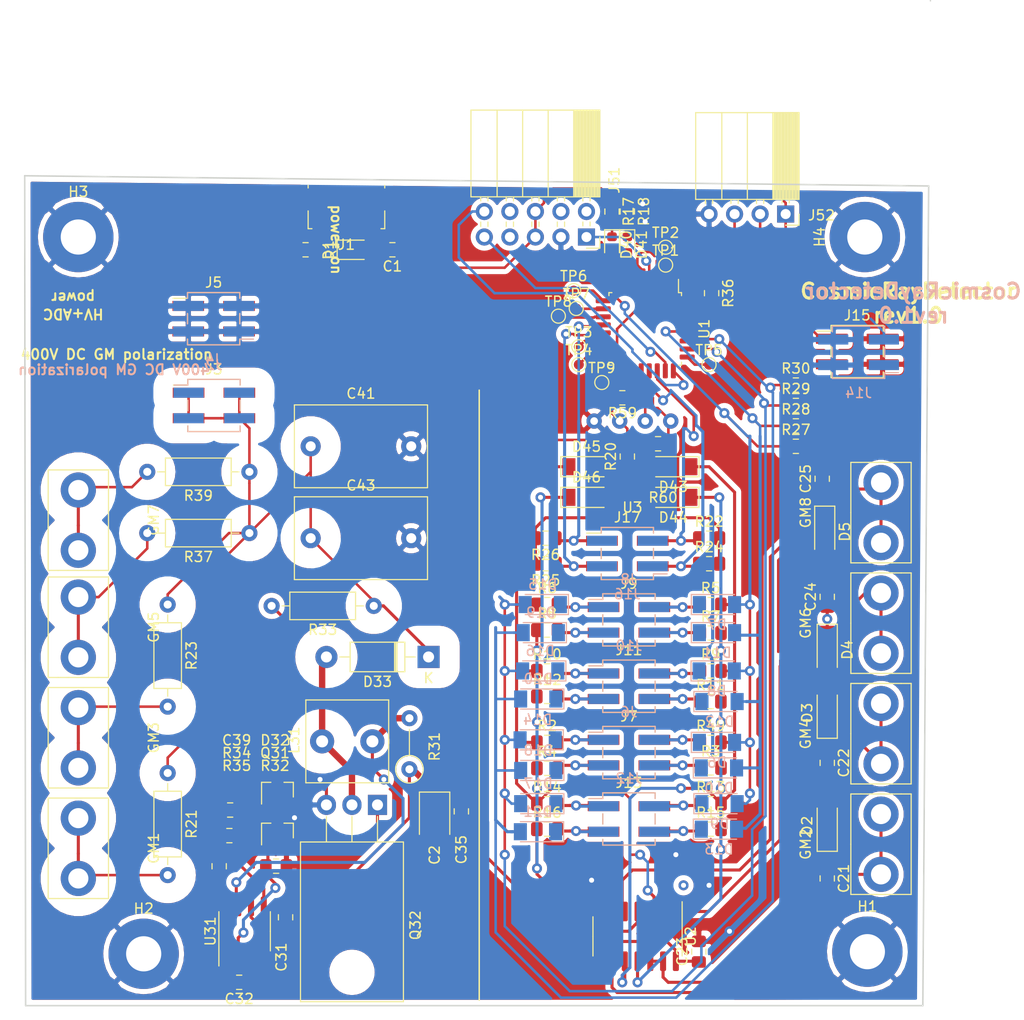
<source format=kicad_pcb>
(kicad_pcb (version 20171130) (host pcbnew "(5.1.2)-1")
  (layers (0 F.Cu signal) (31 B.Cu signal) (34 B.Paste user) (35 F.Paste user) (36 B.SilkS user) (37 F.SilkS user) (38 B.Mask user) (39 F.Mask user) (44 Edge.Cuts user))
  (net 0 "")
  (net 1 GND)
  (net 2 "Net-(C32-Pad1)")
  (net 3 "Net-(C39-Pad1)")
  (net 4 "Net-(D32-Pad1)")
  (net 5 "Net-(D32-Pad2)")
  (net 6 "Net-(D33-Pad2)")
  (net 7 "Net-(L31-Pad1)")
  (net 8 "Net-(R34-Pad2)")
  (net 9 "Net-(D1-Pad1)")
  (net 10 VCC_5V)
  (net 11 "Net-(C21-Pad1)")
  (net 12 "Net-(C22-Pad1)")
  (net 13 "Net-(C24-Pad1)")
  (net 14 "Net-(C25-Pad1)")
  (net 15 GM_LAMP_POLARIZATION)
  (net 16 "Net-(GM1-Pad1)")
  (net 17 "Net-(GM3-Pad1)")
  (net 18 "Net-(GM5-Pad1)")
  (net 19 "Net-(GM7-Pad1)")
  (net 20 INT02)
  (net 21 INT04)
  (net 22 INT01)
  (net 23 INT03)
  (net 24 INT12)
  (net 25 INT14)
  (net 26 INT11)
  (net 27 INT13)
  (net 28 INT22)
  (net 29 INT24)
  (net 30 INT21)
  (net 31 INT23)
  (net 32 INT32)
  (net 33 INT34)
  (net 34 INT31)
  (net 35 INT33)
  (net 36 GM3)
  (net 37 GM2)
  (net 38 GM4)
  (net 39 GM1)
  (net 40 "Net-(D40-Pad1)")
  (net 41 "Net-(D41-Pad1)")
  (net 42 ROW0)
  (net 43 "Net-(D43-Pad2)")
  (net 44 COL0)
  (net 45 COL1)
  (net 46 COL2)
  (net 47 COL3)
  (net 48 "Net-(D40-Pad2)")
  (net 49 "Net-(D41-Pad2)")
  (net 50 /DataAcquisition/RX)
  (net 51 /DataAcquisition/TX)
  (net 52 ROW1)
  (net 53 ROW2)
  (net 54 ROW3)
  (net 55 "Net-(R36-Pad2)")
  (net 56 /DataAcquisition/SWCLK)
  (net 57 /DataAcquisition/SWDIO)
  (net 58 /DataAcquisition/NRST)
  (net 59 "Net-(R59-Pad1)")
  (net 60 "Net-(R60-Pad1)")
  (net 61 "Net-(TP1-Pad1)")
  (net 62 "Net-(TP2-Pad1)")
  (net 63 "Net-(TP3-Pad1)")
  (net 64 "Net-(TP4-Pad1)")
  (net 65 "Net-(TP5-Pad1)")
  (net 66 "Net-(TP6-Pad1)")
  (net 67 "Net-(TP7-Pad1)")
  (net 68 "Net-(TP8-Pad1)")
  (net 69 "Net-(TP9-Pad1)")
  (module CosmicRayDetector:LCD_I2C (layer F.Cu) (at 166.116 100.584 180)
    (fp_text reference U3 (at 0 -0.5) (layer F.SilkS))
    (fp_text value LCD_I2C)
    (pad 4 thru_hole circle (at 3.81 8.1 180) (size 1.524 1.524) (drill 0.762) (layers *.Cu *.Mask) (net 1 GND))
    (pad 1 thru_hole circle (at -3.81 8.1 180) (size 1.524 1.524) (drill 0.762) (layers *.Cu *.Mask) (net 60 "Net-(R60-Pad1)"))
    (pad 2 thru_hole circle (at -1.27 8.1 180) (size 1.524 1.524) (drill 0.762) (layers *.Cu *.Mask) (net 59 "Net-(R59-Pad1)"))
    (pad 3 thru_hole circle (at 1.27 8.1 180) (size 1.524 1.524) (drill 0.762) (layers *.Cu *.Mask) (net 10 VCC_5V))
  )
  (module TestPoint:TestPoint_Pad_D1.0mm (layer F.Cu) (at 163.068 88.646)
    (fp_text reference TP9 (at 0 -1.448) (layer F.SilkS))
    (fp_text value TestPoint)
    (pad 1 smd circle (at 0 0) (size 1 1) (layers F.Cu F.Mask) (net 69 "Net-(TP9-Pad1)"))
  )
  (module TestPoint:TestPoint_Pad_D1.0mm (layer F.Cu) (at 158.75 82.042)
    (fp_text reference TP8 (at 0 -1.448) (layer F.SilkS))
    (fp_text value TestPoint)
    (pad 1 smd circle (at 0 0) (size 1 1) (layers F.Cu F.Mask) (net 68 "Net-(TP8-Pad1)"))
  )
  (module TestPoint:TestPoint_Pad_D1.0mm (layer F.Cu) (at 160.528 81.28)
    (fp_text reference TP7 (at 0 -1.448) (layer F.SilkS))
    (fp_text value TestPoint)
    (pad 1 smd circle (at 0 0) (size 1 1) (layers F.Cu F.Mask) (net 67 "Net-(TP7-Pad1)"))
  )
  (module TestPoint:TestPoint_Pad_D1.0mm (layer F.Cu) (at 160.274 79.502)
    (fp_text reference TP6 (at 0 -1.448) (layer F.SilkS))
    (fp_text value TestPoint)
    (pad 1 smd circle (at 0 0) (size 1 1) (layers F.Cu F.Mask) (net 66 "Net-(TP6-Pad1)"))
  )
  (module TestPoint:TestPoint_Pad_D1.0mm (layer F.Cu) (at 173.736 86.868)
    (fp_text reference TP5 (at 0 -1.448) (layer F.SilkS))
    (fp_text value TestPoint)
    (pad 1 smd circle (at 0 0) (size 1 1) (layers F.Cu F.Mask) (net 65 "Net-(TP5-Pad1)"))
  )
  (module TestPoint:TestPoint_Pad_D1.0mm (layer F.Cu) (at 160.782 86.868)
    (fp_text reference TP4 (at 0 -1.448) (layer F.SilkS))
    (fp_text value TestPoint)
    (pad 1 smd circle (at 0 0) (size 1 1) (layers F.Cu F.Mask) (net 64 "Net-(TP4-Pad1)"))
  )
  (module TestPoint:TestPoint_Pad_D1.0mm (layer F.Cu) (at 160.782 85.09)
    (fp_text reference TP3 (at 0 -1.448) (layer F.SilkS))
    (fp_text value TestPoint)
    (pad 1 smd circle (at 0 0) (size 1 1) (layers F.Cu F.Mask) (net 63 "Net-(TP3-Pad1)"))
  )
  (module TestPoint:TestPoint_Pad_D1.0mm (layer F.Cu) (at 169.418 75.184)
    (fp_text reference TP2 (at 0 -1.448) (layer F.SilkS))
    (fp_text value TestPoint)
    (pad 1 smd circle (at 0 0) (size 1 1) (layers F.Cu F.Mask) (net 62 "Net-(TP2-Pad1)"))
  )
  (module TestPoint:TestPoint_Pad_D1.0mm (layer F.Cu) (at 169.418 76.962)
    (fp_text reference TP1 (at 0 -1.448) (layer F.SilkS))
    (fp_text value TestPoint)
    (pad 1 smd circle (at 0 0) (size 1 1) (layers F.Cu F.Mask) (net 61 "Net-(TP1-Pad1)"))
  )
  (module Resistor_SMD:R_0805_2012Metric_Pad1.15x1.40mm_HandSolder (layer F.Cu) (at 173.99 79.756 270)
    (fp_text reference R36 (at 0 -1.65 90) (layer F.SilkS))
    (fp_text value 100k)
    (pad 2 smd roundrect (at 1.025 0 270) (size 1.15 1.4) (layers F.Cu F.Paste F.Mask) (roundrect_rratio 0.217391) (net 55 "Net-(R36-Pad2)"))
    (pad 1 smd roundrect (at -1.025 0 270) (size 1.15 1.4) (layers F.Cu F.Paste F.Mask) (roundrect_rratio 0.217391) (net 1 GND))
  )
  (module Capacitor_THT:C_Rect_L13.0mm_W8.0mm_P10.00mm_FKS3_FKP3_MKS4 (layer F.Cu) (at 134.112 104.14)
    (fp_text reference C43 (at 5 -5.25) (layer F.SilkS))
    (fp_text value 10n/600V)
    (pad 2 thru_hole circle (at 10 0) (size 2 2) (drill 1) (layers *.Cu *.Mask) (net 1 GND))
    (pad 1 thru_hole circle (at 0 0) (size 2 2) (drill 1) (layers *.Cu *.Mask) (net 15 GM_LAMP_POLARIZATION))
  )
  (module Resistor_SMD:R_0805_2012Metric_Pad1.15x1.40mm_HandSolder (layer F.Cu) (at 133.604 75.438 180)
    (fp_text reference R1 (at -2.54 0.016 90) (layer F.SilkS))
    (fp_text value 520R)
    (pad 2 smd roundrect (at 1.025 0 180) (size 1.15 1.4) (layers F.Cu F.Paste F.Mask) (roundrect_rratio 0.217391) (net 1 GND))
    (pad 1 smd roundrect (at -1.025 0 180) (size 1.15 1.4) (layers F.Cu F.Paste F.Mask) (roundrect_rratio 0.217391) (net 9 "Net-(D1-Pad1)"))
  )
  (module MountingHole:MountingHole_3.5mm_Pad (layer F.Cu) (at 189.23 74.168 90)
    (fp_text reference H4 (at 0 -4.5 90) (layer F.SilkS))
    (fp_text value MountingHole_Pad)
    (pad 1 thru_hole circle (at 0 0 90) (size 7 7) (drill 3.5) (layers *.Cu *.Mask) (net 1 GND))
  )
  (module Package_QFP:LQFP-32_7x7mm_P0.8mm (layer F.Cu) (at 167.386 83.312 270)
    (fp_text reference U1 (at 0 -5.88 90) (layer F.SilkS))
    (fp_text value STM32F030K6Tx)
    (pad 32 smd roundrect (at -2.8 -4.175 270) (size 0.5 1.5) (layers F.Cu F.Paste F.Mask) (net 1 GND))
    (pad 31 smd roundrect (at -2 -4.175 270) (size 0.5 1.5) (layers F.Cu F.Paste F.Mask) (net 55 "Net-(R36-Pad2)"))
    (pad 30 smd roundrect (at -1.2 -4.175 270) (size 0.5 1.5) (layers F.Cu F.Paste F.Mask) (net 50 /DataAcquisition/RX))
    (pad 29 smd roundrect (at -0.4 -4.175 270) (size 0.5 1.5) (layers F.Cu F.Paste F.Mask) (net 51 /DataAcquisition/TX))
    (pad 28 smd roundrect (at 0.4 -4.175 270) (size 0.5 1.5) (layers F.Cu F.Paste F.Mask) (net 45 COL1))
    (pad 27 smd roundrect (at 1.2 -4.175 270) (size 0.5 1.5) (layers F.Cu F.Paste F.Mask) (net 47 COL3))
    (pad 26 smd roundrect (at 2 -4.175 270) (size 0.5 1.5) (layers F.Cu F.Paste F.Mask) (net 46 COL2))
    (pad 25 smd roundrect (at 2.8 -4.175 270) (size 0.5 1.5) (layers F.Cu F.Paste F.Mask) (net 65 "Net-(TP5-Pad1)"))
    (pad 24 smd roundrect (at 4.175 -2.8 270) (size 1.5 0.5) (layers F.Cu F.Paste F.Mask) (net 56 /DataAcquisition/SWCLK))
    (pad 23 smd roundrect (at 4.175 -2 270) (size 1.5 0.5) (layers F.Cu F.Paste F.Mask) (net 57 /DataAcquisition/SWDIO))
    (pad 22 smd roundrect (at 4.175 -1.2 270) (size 1.5 0.5) (layers F.Cu F.Paste F.Mask) (net 42 ROW0))
    (pad 21 smd roundrect (at 4.175 -0.4 270) (size 1.5 0.5) (layers F.Cu F.Paste F.Mask) (net 52 ROW1))
    (pad 20 smd roundrect (at 4.175 0.4 270) (size 1.5 0.5) (layers F.Cu F.Paste F.Mask) (net 60 "Net-(R60-Pad1)"))
    (pad 19 smd roundrect (at 4.175 1.2 270) (size 1.5 0.5) (layers F.Cu F.Paste F.Mask) (net 59 "Net-(R59-Pad1)"))
    (pad 18 smd roundrect (at 4.175 2 270) (size 1.5 0.5) (layers F.Cu F.Paste F.Mask) (net 69 "Net-(TP9-Pad1)"))
    (pad 17 smd roundrect (at 4.175 2.8 270) (size 1.5 0.5) (layers F.Cu F.Paste F.Mask) (net 10 VCC_5V))
    (pad 16 smd roundrect (at 2.8 4.175 270) (size 0.5 1.5) (layers F.Cu F.Paste F.Mask) (net 1 GND))
    (pad 15 smd roundrect (at 2 4.175 270) (size 0.5 1.5) (layers F.Cu F.Paste F.Mask) (net 64 "Net-(TP4-Pad1)"))
    (pad 14 smd roundrect (at 1.2 4.175 270) (size 0.5 1.5) (layers F.Cu F.Paste F.Mask) (net 63 "Net-(TP3-Pad1)"))
    (pad 13 smd roundrect (at 0.4 4.175 270) (size 0.5 1.5) (layers F.Cu F.Paste F.Mask) (net 53 ROW2))
    (pad 12 smd roundrect (at -0.4 4.175 270) (size 0.5 1.5) (layers F.Cu F.Paste F.Mask) (net 54 ROW3))
    (pad 11 smd roundrect (at -1.2 4.175 270) (size 0.5 1.5) (layers F.Cu F.Paste F.Mask) (net 68 "Net-(TP8-Pad1)"))
    (pad 10 smd roundrect (at -2 4.175 270) (size 0.5 1.5) (layers F.Cu F.Paste F.Mask) (net 67 "Net-(TP7-Pad1)"))
    (pad 9 smd roundrect (at -2.8 4.175 270) (size 0.5 1.5) (layers F.Cu F.Paste F.Mask) (net 66 "Net-(TP6-Pad1)"))
    (pad 8 smd roundrect (at -4.175 2.8 270) (size 1.5 0.5) (layers F.Cu F.Paste F.Mask) (net 44 COL0))
    (pad 7 smd roundrect (at -4.175 2 270) (size 1.5 0.5) (layers F.Cu F.Paste F.Mask) (net 48 "Net-(D40-Pad2)"))
    (pad 6 smd roundrect (at -4.175 1.2 270) (size 1.5 0.5) (layers F.Cu F.Paste F.Mask) (net 49 "Net-(D41-Pad2)"))
    (pad 5 smd roundrect (at -4.175 0.4 270) (size 1.5 0.5) (layers F.Cu F.Paste F.Mask) (net 10 VCC_5V))
    (pad 4 smd roundrect (at -4.175 -0.4 270) (size 1.5 0.5) (layers F.Cu F.Paste F.Mask) (net 58 /DataAcquisition/NRST))
    (pad 3 smd roundrect (at -4.175 -1.2 270) (size 1.5 0.5) (layers F.Cu F.Paste F.Mask) (net 62 "Net-(TP2-Pad1)"))
    (pad 2 smd roundrect (at -4.175 -2 270) (size 1.5 0.5) (layers F.Cu F.Paste F.Mask) (net 61 "Net-(TP1-Pad1)"))
    (pad 1 smd roundrect (at -4.175 -2.8 270) (size 1.5 0.5) (layers F.Cu F.Paste F.Mask) (net 10 VCC_5V))
  )
  (module LED_SMD:LED_0805_2012Metric (layer F.Cu) (at 138.43 75.438)
    (fp_text reference D1 (at -2.54 0.016 -270) (layer F.SilkS))
    (fp_text value red)
    (pad 2 smd roundrect (at 0.9375 0) (size 0.975 1.4) (layers F.Cu F.Paste F.Mask) (net 10 VCC_5V))
    (pad 1 smd roundrect (at -0.9375 0) (size 0.975 1.4) (layers F.Cu F.Paste F.Mask) (net 9 "Net-(D1-Pad1)"))
  )
  (module Capacitor_SMD:C_0805_2012Metric_Pad1.15x1.40mm_HandSolder (layer F.Cu) (at 142.24 75.438 180)
    (fp_text reference C1 (at 0 -1.65 180) (layer F.SilkS))
    (fp_text value 100n)
    (pad 2 smd roundrect (at 1.025 0 180) (size 1.15 1.4) (layers F.Cu F.Paste F.Mask) (roundrect_rratio 0.217391) (net 10 VCC_5V))
    (pad 1 smd roundrect (at -1.025 0 180) (size 1.15 1.4) (layers F.Cu F.Paste F.Mask) (roundrect_rratio 0.217391) (net 1 GND))
  )
  (module Connector_PinSocket_2.54mm:PinSocket_2x05_P2.54mm_Horizontal (layer F.Cu) (at 161.544 74.168 270)
    (fp_text reference J51 (at -5.65 -2.77 90) (layer F.SilkS))
    (fp_text value Conn_02x05_Counter_Clockwise)
    (pad 10 thru_hole oval (at -2.54 10.16 270) (size 1.7 1.7) (drill 1) (layers *.Cu *.Mask) (net 56 /DataAcquisition/SWCLK))
    (pad 9 thru_hole oval (at 0 10.16 270) (size 1.7 1.7) (drill 1) (layers *.Cu *.Mask) (net 57 /DataAcquisition/SWDIO))
    (pad 8 thru_hole oval (at -2.54 7.62 270) (size 1.7 1.7) (drill 1) (layers *.Cu *.Mask))
    (pad 7 thru_hole oval (at 0 7.62 270) (size 1.7 1.7) (drill 1) (layers *.Cu *.Mask))
    (pad 6 thru_hole oval (at -2.54 5.08 270) (size 1.7 1.7) (drill 1) (layers *.Cu *.Mask) (net 10 VCC_5V))
    (pad 5 thru_hole oval (at 0 5.08 270) (size 1.7 1.7) (drill 1) (layers *.Cu *.Mask) (net 10 VCC_5V))
    (pad 4 thru_hole oval (at -2.54 2.54 270) (size 1.7 1.7) (drill 1) (layers *.Cu *.Mask))
    (pad 3 thru_hole oval (at 0 2.54 270) (size 1.7 1.7) (drill 1) (layers *.Cu *.Mask) (net 1 GND))
    (pad 2 thru_hole oval (at -2.54 0 270) (size 1.7 1.7) (drill 1) (layers *.Cu *.Mask))
    (pad 1 thru_hole rect (at 0 0 270) (size 1.7 1.7) (drill 1) (layers *.Cu *.Mask) (net 58 /DataAcquisition/NRST))
  )
  (module Resistor_SMD:R_0805_2012Metric_Pad1.15x1.40mm_HandSolder (layer F.Cu) (at 168.665 94.742 180)
    (fp_text reference R60 (at -0.499 -5.35) (layer F.SilkS))
    (fp_text value 2k2)
    (pad 2 smd roundrect (at 1.025 0 180) (size 1.15 1.4) (layers F.Cu F.Paste F.Mask) (roundrect_rratio 0.217391) (net 10 VCC_5V))
    (pad 1 smd roundrect (at -1.025 0 180) (size 1.15 1.4) (layers F.Cu F.Paste F.Mask) (roundrect_rratio 0.217391) (net 60 "Net-(R60-Pad1)"))
  )
  (module Resistor_SMD:R_0805_2012Metric_Pad1.15x1.40mm_HandSolder (layer F.Cu) (at 165.109 90.17 180)
    (fp_text reference R59 (at -0.009 -1.524) (layer F.SilkS))
    (fp_text value 2k2)
    (pad 2 smd roundrect (at 1.025 0 180) (size 1.15 1.4) (layers F.Cu F.Paste F.Mask) (roundrect_rratio 0.217391) (net 10 VCC_5V))
    (pad 1 smd roundrect (at -1.025 0 180) (size 1.15 1.4) (layers F.Cu F.Paste F.Mask) (roundrect_rratio 0.217391) (net 59 "Net-(R59-Pad1)"))
  )
  (module Connector_PinSocket_2.54mm:PinSocket_1x04_P2.54mm_Horizontal (layer F.Cu) (at 181.356 71.882 270)
    (fp_text reference J52 (at 0.127 -3.556 180) (layer F.SilkS))
    (fp_text value Conn_01x04)
    (pad 4 thru_hole oval (at 0 7.62 270) (size 1.7 1.7) (drill 1) (layers *.Cu *.Mask) (net 1 GND))
    (pad 3 thru_hole oval (at 0 5.08 270) (size 1.7 1.7) (drill 1) (layers *.Cu *.Mask) (net 50 /DataAcquisition/RX))
    (pad 2 thru_hole oval (at 0 2.54 270) (size 1.7 1.7) (drill 1) (layers *.Cu *.Mask) (net 51 /DataAcquisition/TX))
    (pad 1 thru_hole rect (at 0 0 270) (size 1.7 1.7) (drill 1) (layers *.Cu *.Mask) (net 10 VCC_5V))
  )
  (module Connector_USB:USB_Micro-B_Molex_47346-0001 (layer F.Cu) (at 137.668 71.628 180)
    (fp_text reference J1 (at 0 -3.3) (layer F.SilkS))
    (fp_text value USB_B_Micro)
    (pad 6 smd rect (at 0.84 1.2 180) (size 1.175 1.9) (layers F.Cu F.Paste F.Mask) (net 1 GND))
    (pad 6 smd rect (at -0.84 1.2 180) (size 1.175 1.9) (layers F.Cu F.Paste F.Mask) (net 1 GND))
    (pad 6 smd rect (at 2.91 1.2 180) (size 2.375 1.9) (layers F.Cu F.Paste F.Mask) (net 1 GND))
    (pad 6 smd rect (at -2.91 1.2 180) (size 2.375 1.9) (layers F.Cu F.Paste F.Mask) (net 1 GND))
    (pad 6 smd rect (at 2.4625 -1.1 180) (size 1.475 2.1) (layers F.Cu F.Paste F.Mask) (net 1 GND))
    (pad 6 smd rect (at -2.4625 -1.1 180) (size 1.475 2.1) (layers F.Cu F.Paste F.Mask) (net 1 GND))
    (pad 5 smd rect (at 1.3 -1.46 180) (size 0.45 1.38) (layers F.Cu F.Paste F.Mask) (net 1 GND))
    (pad 4 smd rect (at 0.65 -1.46 180) (size 0.45 1.38) (layers F.Cu F.Paste F.Mask))
    (pad 3 smd rect (at 0 -1.46 180) (size 0.45 1.38) (layers F.Cu F.Paste F.Mask))
    (pad 2 smd rect (at -0.65 -1.46 180) (size 0.45 1.38) (layers F.Cu F.Paste F.Mask))
    (pad 1 smd rect (at -1.3 -1.46 180) (size 0.45 1.38) (layers F.Cu F.Paste F.Mask) (net 10 VCC_5V))
  )
  (module Package_SO:SOIC-14_3.9x8.7mm_P1.27mm (layer F.Cu) (at 166.624 143.764 270)
    (fp_text reference U2 (at 0 -5.28 90) (layer F.SilkS))
    (fp_text value HEF4093B)
    (pad 14 smd roundrect (at 2.475 -3.81 270) (size 1.95 0.6) (layers F.Cu F.Paste F.Mask) (net 10 VCC_5V))
    (pad 13 smd roundrect (at 2.475 -2.54 270) (size 1.95 0.6) (layers F.Cu F.Paste F.Mask) (net 12 "Net-(C22-Pad1)"))
    (pad 12 smd roundrect (at 2.475 -1.27 270) (size 1.95 0.6) (layers F.Cu F.Paste F.Mask) (net 12 "Net-(C22-Pad1)"))
    (pad 11 smd roundrect (at 2.475 0 270) (size 1.95 0.6) (layers F.Cu F.Paste F.Mask) (net 37 GM2))
    (pad 10 smd roundrect (at 2.475 1.27 270) (size 1.95 0.6) (layers F.Cu F.Paste F.Mask) (net 39 GM1))
    (pad 9 smd roundrect (at 2.475 2.54 270) (size 1.95 0.6) (layers F.Cu F.Paste F.Mask) (net 11 "Net-(C21-Pad1)"))
    (pad 8 smd roundrect (at 2.475 3.81 270) (size 1.95 0.6) (layers F.Cu F.Paste F.Mask) (net 11 "Net-(C21-Pad1)"))
    (pad 7 smd roundrect (at -2.475 3.81 270) (size 1.95 0.6) (layers F.Cu F.Paste F.Mask) (net 1 GND))
    (pad 6 smd roundrect (at -2.475 2.54 270) (size 1.95 0.6) (layers F.Cu F.Paste F.Mask) (net 14 "Net-(C25-Pad1)"))
    (pad 5 smd roundrect (at -2.475 1.27 270) (size 1.95 0.6) (layers F.Cu F.Paste F.Mask) (net 14 "Net-(C25-Pad1)"))
    (pad 4 smd roundrect (at -2.475 0 270) (size 1.95 0.6) (layers F.Cu F.Paste F.Mask) (net 38 GM4))
    (pad 3 smd roundrect (at -2.475 -1.27 270) (size 1.95 0.6) (layers F.Cu F.Paste F.Mask) (net 36 GM3))
    (pad 2 smd roundrect (at -2.475 -2.54 270) (size 1.95 0.6) (layers F.Cu F.Paste F.Mask) (net 13 "Net-(C24-Pad1)"))
    (pad 1 smd roundrect (at -2.475 -3.81 270) (size 1.95 0.6) (layers F.Cu F.Paste F.Mask) (net 13 "Net-(C24-Pad1)"))
  )
  (module Resistor_SMD:R_0805_2012Metric_Pad1.15x1.40mm_HandSolder (layer F.Cu) (at 182.372 88.9)
    (fp_text reference R30 (at 0 -1.65) (layer F.SilkS))
    (fp_text value 680R)
    (pad 2 smd roundrect (at 1.025 0) (size 1.15 1.4) (layers F.Cu F.Paste F.Mask) (roundrect_rratio 0.217391) (net 10 VCC_5V))
    (pad 1 smd roundrect (at -1.025 0) (size 1.15 1.4) (layers F.Cu F.Paste F.Mask) (roundrect_rratio 0.217391) (net 47 COL3))
  )
  (module Resistor_SMD:R_0805_2012Metric_Pad1.15x1.40mm_HandSolder (layer F.Cu) (at 182.372 90.932)
    (fp_text reference R29 (at 0 -1.65) (layer F.SilkS))
    (fp_text value 680R)
    (pad 2 smd roundrect (at 1.025 0) (size 1.15 1.4) (layers F.Cu F.Paste F.Mask) (roundrect_rratio 0.217391) (net 10 VCC_5V))
    (pad 1 smd roundrect (at -1.025 0) (size 1.15 1.4) (layers F.Cu F.Paste F.Mask) (roundrect_rratio 0.217391) (net 46 COL2))
  )
  (module Resistor_SMD:R_0805_2012Metric_Pad1.15x1.40mm_HandSolder (layer F.Cu) (at 182.372 92.964)
    (fp_text reference R28 (at 0 -1.65) (layer F.SilkS))
    (fp_text value 680R)
    (pad 2 smd roundrect (at 1.025 0) (size 1.15 1.4) (layers F.Cu F.Paste F.Mask) (roundrect_rratio 0.217391) (net 10 VCC_5V))
    (pad 1 smd roundrect (at -1.025 0) (size 1.15 1.4) (layers F.Cu F.Paste F.Mask) (roundrect_rratio 0.217391) (net 45 COL1))
  )
  (module Resistor_SMD:R_0805_2012Metric_Pad1.15x1.40mm_HandSolder (layer F.Cu) (at 182.372 94.996)
    (fp_text reference R27 (at 0 -1.65) (layer F.SilkS))
    (fp_text value 680R)
    (pad 2 smd roundrect (at 1.025 0) (size 1.15 1.4) (layers F.Cu F.Paste F.Mask) (roundrect_rratio 0.217391) (net 10 VCC_5V))
    (pad 1 smd roundrect (at -1.025 0) (size 1.15 1.4) (layers F.Cu F.Paste F.Mask) (roundrect_rratio 0.217391) (net 44 COL0))
  )
  (module Resistor_SMD:R_0805_2012Metric_Pad1.15x1.40mm_HandSolder (layer F.Cu) (at 157.471 104.14 180)
    (fp_text reference R26 (at 0 -1.65) (layer F.SilkS))
    (fp_text value R)
    (pad 2 smd roundrect (at 1.025 0 180) (size 1.15 1.4) (layers F.Cu F.Paste F.Mask) (roundrect_rratio 0.217391) (net 43 "Net-(D43-Pad2)"))
    (pad 1 smd roundrect (at -1.025 0 180) (size 1.15 1.4) (layers F.Cu F.Paste F.Mask) (roundrect_rratio 0.217391) (net 54 ROW3))
  )
  (module Resistor_SMD:R_0805_2012Metric_Pad1.15x1.40mm_HandSolder (layer F.Cu) (at 157.489 106.68 180)
    (fp_text reference R25 (at 0 -1.65) (layer F.SilkS))
    (fp_text value R)
    (pad 2 smd roundrect (at 1.025 0 180) (size 1.15 1.4) (layers F.Cu F.Paste F.Mask) (roundrect_rratio 0.217391) (net 43 "Net-(D43-Pad2)"))
    (pad 1 smd roundrect (at -1.025 0 180) (size 1.15 1.4) (layers F.Cu F.Paste F.Mask) (roundrect_rratio 0.217391) (net 53 ROW2))
  )
  (module Resistor_SMD:R_0805_2012Metric_Pad1.15x1.40mm_HandSolder (layer F.Cu) (at 173.745 106.68)
    (fp_text reference R24 (at 0 -1.65) (layer F.SilkS))
    (fp_text value R)
    (pad 2 smd roundrect (at 1.025 0) (size 1.15 1.4) (layers F.Cu F.Paste F.Mask) (roundrect_rratio 0.217391) (net 43 "Net-(D43-Pad2)"))
    (pad 1 smd roundrect (at -1.025 0) (size 1.15 1.4) (layers F.Cu F.Paste F.Mask) (roundrect_rratio 0.217391) (net 52 ROW1))
  )
  (module Resistor_SMD:R_0805_2012Metric_Pad1.15x1.40mm_HandSolder (layer F.Cu) (at 173.745 104.14)
    (fp_text reference R22 (at 0 -1.65) (layer F.SilkS))
    (fp_text value R)
    (pad 2 smd roundrect (at 1.025 0) (size 1.15 1.4) (layers F.Cu F.Paste F.Mask) (roundrect_rratio 0.217391) (net 43 "Net-(D43-Pad2)"))
    (pad 1 smd roundrect (at -1.025 0) (size 1.15 1.4) (layers F.Cu F.Paste F.Mask) (roundrect_rratio 0.217391) (net 42 ROW0))
  )
  (module Resistor_SMD:R_0805_2012Metric_Pad1.15x1.40mm_HandSolder (layer F.Cu) (at 165.608 96.012 90)
    (fp_text reference R20 (at 0 -1.65 270) (layer F.SilkS))
    (fp_text value R)
    (pad 2 smd roundrect (at 1.025 0 90) (size 1.15 1.4) (layers F.Cu F.Paste F.Mask) (roundrect_rratio 0.217391) (net 10 VCC_5V))
    (pad 1 smd roundrect (at -1.025 0 90) (size 1.15 1.4) (layers F.Cu F.Paste F.Mask) (roundrect_rratio 0.217391) (net 43 "Net-(D43-Pad2)"))
  )
  (module Connector_PinHeader_2.54mm:PinHeader_2x02_P2.54mm_Vertical_SMD (layer F.Cu) (at 165.608 105.664)
    (fp_text reference J17 (at 0 -3.6) (layer F.SilkS))
    (fp_text value Conn_02x02_Odd_Even)
    (pad 4 smd rect (at 2.525 1.27) (size 3.15 1) (layers F.Cu F.Paste F.Mask) (net 52 ROW1))
    (pad 3 smd rect (at -2.525 1.27) (size 3.15 1) (layers F.Cu F.Paste F.Mask) (net 53 ROW2))
    (pad 2 smd rect (at 2.525 -1.27) (size 3.15 1) (layers F.Cu F.Paste F.Mask) (net 42 ROW0))
    (pad 1 smd rect (at -2.525 -1.27) (size 3.15 1) (layers F.Cu F.Paste F.Mask) (net 54 ROW3))
  )
  (module Connector_PinSocket_2.54mm:PinSocket_2x02_P2.54mm_Vertical_SMD (layer B.Cu) (at 165.608 105.664)
    (fp_text reference J16 (at 0 4.04) (layer B.SilkS) (effects (justify mirror)))
    (fp_text value Conn_02x02_Odd_Even)
    (pad 4 smd rect (at -2.52 -1.27) (size 3 1) (layers B.Cu B.Paste B.Mask) (net 52 ROW1))
    (pad 3 smd rect (at 2.52 -1.27) (size 3 1) (layers B.Cu B.Paste B.Mask) (net 53 ROW2))
    (pad 2 smd rect (at -2.52 1.27) (size 3 1) (layers B.Cu B.Paste B.Mask) (net 42 ROW0))
    (pad 1 smd rect (at 2.52 1.27) (size 3 1) (layers B.Cu B.Paste B.Mask) (net 54 ROW3))
  )
  (module Diode_SMD:D_MiniMELF (layer F.Cu) (at 161.544 100.076)
    (fp_text reference D46 (at 0 -2) (layer F.SilkS))
    (fp_text value 1n148)
    (pad 2 smd rect (at 1.75 0) (size 1.3 1.7) (layers F.Cu F.Paste F.Mask) (net 43 "Net-(D43-Pad2)"))
    (pad 1 smd rect (at -1.75 0) (size 1.3 1.7) (layers F.Cu F.Paste F.Mask) (net 38 GM4))
  )
  (module Diode_SMD:D_MiniMELF (layer F.Cu) (at 161.544 97.028)
    (fp_text reference D45 (at 0 -2) (layer F.SilkS))
    (fp_text value 1n148)
    (pad 2 smd rect (at 1.75 0) (size 1.3 1.7) (layers F.Cu F.Paste F.Mask) (net 43 "Net-(D43-Pad2)"))
    (pad 1 smd rect (at -1.75 0) (size 1.3 1.7) (layers F.Cu F.Paste F.Mask) (net 36 GM3))
  )
  (module Diode_SMD:D_MiniMELF (layer F.Cu) (at 170.18 100.076 180)
    (fp_text reference D44 (at 0 -2) (layer F.SilkS))
    (fp_text value 1n148)
    (pad 2 smd rect (at 1.75 0 180) (size 1.3 1.7) (layers F.Cu F.Paste F.Mask) (net 43 "Net-(D43-Pad2)"))
    (pad 1 smd rect (at -1.75 0 180) (size 1.3 1.7) (layers F.Cu F.Paste F.Mask) (net 37 GM2))
  )
  (module Diode_SMD:D_MiniMELF (layer F.Cu) (at 170.18 97.028 180)
    (fp_text reference D43 (at 0 -2) (layer F.SilkS))
    (fp_text value 1n148)
    (pad 2 smd rect (at 1.75 0 180) (size 1.3 1.7) (layers F.Cu F.Paste F.Mask) (net 43 "Net-(D43-Pad2)"))
    (pad 1 smd rect (at -1.75 0 180) (size 1.3 1.7) (layers F.Cu F.Paste F.Mask) (net 39 GM1))
  )
  (module Resistor_SMD:R_0805_2012Metric_Pad1.15x1.40mm_HandSolder (layer F.Cu) (at 165.608 71.628 270)
    (fp_text reference R18 (at 0 -1.65 90) (layer F.SilkS))
    (fp_text value 680R)
    (pad 2 smd roundrect (at 1.025 0 270) (size 1.15 1.4) (layers F.Cu F.Paste F.Mask) (roundrect_rratio 0.217391) (net 41 "Net-(D41-Pad1)"))
    (pad 1 smd roundrect (at -1.025 0 270) (size 1.15 1.4) (layers F.Cu F.Paste F.Mask) (roundrect_rratio 0.217391) (net 1 GND))
  )
  (module Resistor_SMD:R_0805_2012Metric_Pad1.15x1.40mm_HandSolder (layer F.Cu) (at 164.084 71.637 270)
    (fp_text reference R17 (at 0 -1.65 90) (layer F.SilkS))
    (fp_text value 680R)
    (pad 2 smd roundrect (at 1.025 0 270) (size 1.15 1.4) (layers F.Cu F.Paste F.Mask) (roundrect_rratio 0.217391) (net 40 "Net-(D40-Pad1)"))
    (pad 1 smd roundrect (at -1.025 0 270) (size 1.15 1.4) (layers F.Cu F.Paste F.Mask) (roundrect_rratio 0.217391) (net 1 GND))
  )
  (module LED_SMD:LED_0603_1608Metric (layer F.Cu) (at 165.608 74.93 270)
    (fp_text reference D41 (at 0 -1.43 90) (layer F.SilkS))
    (fp_text value LED)
    (pad 2 smd roundrect (at 0.7875 0 270) (size 0.875 0.95) (layers F.Cu F.Paste F.Mask) (net 49 "Net-(D41-Pad2)"))
    (pad 1 smd roundrect (at -0.7875 0 270) (size 0.875 0.95) (layers F.Cu F.Paste F.Mask) (net 41 "Net-(D41-Pad1)"))
  )
  (module LED_SMD:LED_0603_1608Metric (layer F.Cu) (at 164.084 74.93 270)
    (fp_text reference D40 (at 0 -1.43 90) (layer F.SilkS))
    (fp_text value LED)
    (pad 2 smd roundrect (at 0.7875 0 270) (size 0.875 0.95) (layers F.Cu F.Paste F.Mask) (net 48 "Net-(D40-Pad2)"))
    (pad 1 smd roundrect (at -0.7875 0 270) (size 0.875 0.95) (layers F.Cu F.Paste F.Mask) (net 40 "Net-(D40-Pad1)"))
  )
  (module Diode_SMD:D_MiniMELF (layer B.Cu) (at 156.718 133.35 180)
    (fp_text reference D21 (at 0 2 180) (layer B.SilkS) (effects (justify mirror)))
    (fp_text value 1n148)
    (pad 2 smd rect (at 1.75 0 180) (size 1.3 1.7) (layers B.Cu B.Paste B.Mask) (net 47 COL3))
    (pad 1 smd rect (at -1.75 0 180) (size 1.3 1.7) (layers B.Cu B.Paste B.Mask) (net 33 INT34))
  )
  (module Diode_SMD:D_MiniMELF (layer B.Cu) (at 156.746 120.142 180)
    (fp_text reference D20 (at 0 2 180) (layer B.SilkS) (effects (justify mirror)))
    (fp_text value 1n148)
    (pad 2 smd rect (at 1.75 0 180) (size 1.3 1.7) (layers B.Cu B.Paste B.Mask) (net 47 COL3))
    (pad 1 smd rect (at -1.75 0 180) (size 1.3 1.7) (layers B.Cu B.Paste B.Mask) (net 29 INT24))
  )
  (module Diode_SMD:D_MiniMELF (layer B.Cu) (at 157 113.538 180)
    (fp_text reference D19 (at 0 2 180) (layer B.SilkS) (effects (justify mirror)))
    (fp_text value 1n148)
    (pad 2 smd rect (at 1.75 0 180) (size 1.3 1.7) (layers B.Cu B.Paste B.Mask) (net 47 COL3))
    (pad 1 smd rect (at -1.75 0 180) (size 1.3 1.7) (layers B.Cu B.Paste B.Mask) (net 25 INT14))
  )
  (module Diode_SMD:D_MiniMELF (layer B.Cu) (at 156.746 127.254 180)
    (fp_text reference D18 (at 0 2 180) (layer B.SilkS) (effects (justify mirror)))
    (fp_text value 1n148)
    (pad 2 smd rect (at 1.75 0 180) (size 1.3 1.7) (layers B.Cu B.Paste B.Mask) (net 47 COL3))
    (pad 1 smd rect (at -1.75 0 180) (size 1.3 1.7) (layers B.Cu B.Paste B.Mask) (net 21 INT04))
  )
  (module Diode_SMD:D_MiniMELF (layer B.Cu) (at 156.746 130.556 180)
    (fp_text reference D17 (at 0 2 180) (layer B.SilkS) (effects (justify mirror)))
    (fp_text value 1n148)
    (pad 2 smd rect (at 1.75 0 180) (size 1.3 1.7) (layers B.Cu B.Paste B.Mask) (net 46 COL2))
    (pad 1 smd rect (at -1.75 0 180) (size 1.3 1.7) (layers B.Cu B.Paste B.Mask) (net 35 INT33))
  )
  (module Diode_SMD:D_MiniMELF (layer B.Cu) (at 156.944 117.348 180)
    (fp_text reference D16 (at 0 2 180) (layer B.SilkS) (effects (justify mirror)))
    (fp_text value 1n148)
    (pad 2 smd rect (at 1.75 0 180) (size 1.3 1.7) (layers B.Cu B.Paste B.Mask) (net 46 COL2))
    (pad 1 smd rect (at -1.75 0 180) (size 1.3 1.7) (layers B.Cu B.Paste B.Mask) (net 31 INT23))
  )
  (module Diode_SMD:D_MiniMELF (layer B.Cu) (at 157.198 110.744 180)
    (fp_text reference D15 (at 0 2 180) (layer B.SilkS) (effects (justify mirror)))
    (fp_text value 1n148)
    (pad 2 smd rect (at 1.75 0 180) (size 1.3 1.7) (layers B.Cu B.Paste B.Mask) (net 46 COL2))
    (pad 1 smd rect (at -1.75 0 180) (size 1.3 1.7) (layers B.Cu B.Paste B.Mask) (net 27 INT13))
  )
  (module Diode_SMD:D_MiniMELF (layer B.Cu) (at 156.69 124.206 180)
    (fp_text reference D14 (at 0 2 180) (layer B.SilkS) (effects (justify mirror)))
    (fp_text value 1n148)
    (pad 2 smd rect (at 1.75 0 180) (size 1.3 1.7) (layers B.Cu B.Paste B.Mask) (net 46 COL2))
    (pad 1 smd rect (at -1.75 0 180) (size 1.3 1.7) (layers B.Cu B.Paste B.Mask) (net 23 INT03))
  )
  (module Diode_SMD:D_MiniMELF (layer B.Cu) (at 174.724 133.096)
    (fp_text reference D13 (at 0 2 180) (layer B.SilkS) (effects (justify mirror)))
    (fp_text value 1n148)
    (pad 2 smd rect (at 1.75 0) (size 1.3 1.7) (layers B.Cu B.Paste B.Mask) (net 45 COL1))
    (pad 1 smd rect (at -1.75 0) (size 1.3 1.7) (layers B.Cu B.Paste B.Mask) (net 32 INT32))
  )
  (module Diode_SMD:D_MiniMELF (layer B.Cu) (at 174.78 120.396)
    (fp_text reference D12 (at 0 2 180) (layer B.SilkS) (effects (justify mirror)))
    (fp_text value 1n148)
    (pad 2 smd rect (at 1.75 0) (size 1.3 1.7) (layers B.Cu B.Paste B.Mask) (net 45 COL1))
    (pad 1 smd rect (at -1.75 0) (size 1.3 1.7) (layers B.Cu B.Paste B.Mask) (net 28 INT22))
  )
  (module Diode_SMD:D_MiniMELF (layer B.Cu) (at 174.526 113.538)
    (fp_text reference D11 (at 0 2 180) (layer B.SilkS) (effects (justify mirror)))
    (fp_text value 1n148)
    (pad 2 smd rect (at 1.75 0) (size 1.3 1.7) (layers B.Cu B.Paste B.Mask) (net 45 COL1))
    (pad 1 smd rect (at -1.75 0) (size 1.3 1.7) (layers B.Cu B.Paste B.Mask) (net 24 INT12))
  )
  (module Diode_SMD:D_MiniMELF (layer B.Cu) (at 174.724 127)
    (fp_text reference D10 (at 0 2 180) (layer B.SilkS) (effects (justify mirror)))
    (fp_text value 1n148)
    (pad 2 smd rect (at 1.75 0) (size 1.3 1.7) (layers B.Cu B.Paste B.Mask) (net 45 COL1))
    (pad 1 smd rect (at -1.75 0) (size 1.3 1.7) (layers B.Cu B.Paste B.Mask) (net 20 INT02))
  )
  (module Diode_SMD:D_MiniMELF (layer B.Cu) (at 174.78 130.556)
    (fp_text reference D9 (at 0 2 180) (layer B.SilkS) (effects (justify mirror)))
    (fp_text value 1n148)
    (pad 2 smd rect (at 1.75 0) (size 1.3 1.7) (layers B.Cu B.Paste B.Mask) (net 44 COL0))
    (pad 1 smd rect (at -1.75 0) (size 1.3 1.7) (layers B.Cu B.Paste B.Mask) (net 34 INT31))
  )
  (module Diode_SMD:D_MiniMELF (layer B.Cu) (at 174.498 117.348)
    (fp_text reference D8 (at 0 2 180) (layer B.SilkS) (effects (justify mirror)))
    (fp_text value 1n148)
    (pad 2 smd rect (at 1.75 0) (size 1.3 1.7) (layers B.Cu B.Paste B.Mask) (net 44 COL0))
    (pad 1 smd rect (at -1.75 0) (size 1.3 1.7) (layers B.Cu B.Paste B.Mask) (net 30 INT21))
  )
  (module Diode_SMD:D_MiniMELF (layer B.Cu) (at 174.526 110.744)
    (fp_text reference D7 (at 0 2 180) (layer B.SilkS) (effects (justify mirror)))
    (fp_text value 1n148)
    (pad 2 smd rect (at 1.75 0) (size 1.3 1.7) (layers B.Cu B.Paste B.Mask) (net 44 COL0))
    (pad 1 smd rect (at -1.75 0) (size 1.3 1.7) (layers B.Cu B.Paste B.Mask) (net 26 INT11))
  )
  (module Diode_SMD:D_MiniMELF (layer B.Cu) (at 174.526 124.46)
    (fp_text reference D6 (at 0 2 180) (layer B.SilkS) (effects (justify mirror)))
    (fp_text value 1n148)
    (pad 2 smd rect (at 1.75 0) (size 1.3 1.7) (layers B.Cu B.Paste B.Mask) (net 44 COL0))
    (pad 1 smd rect (at -1.75 0) (size 1.3 1.7) (layers B.Cu B.Paste B.Mask) (net 22 INT01))
  )
  (module Connector_PinHeader_2.54mm:PinHeader_2x02_P2.54mm_Vertical_SMD (layer F.Cu) (at 165.768 112.268)
    (fp_text reference J9 (at 0 -3.6) (layer F.SilkS))
    (fp_text value Conn_02x02_Odd_Even)
    (pad 4 smd rect (at 2.525 1.27) (size 3.15 1) (layers F.Cu F.Paste F.Mask) (net 24 INT12))
    (pad 3 smd rect (at -2.525 1.27) (size 3.15 1) (layers F.Cu F.Paste F.Mask) (net 25 INT14))
    (pad 2 smd rect (at 2.525 -1.27) (size 3.15 1) (layers F.Cu F.Paste F.Mask) (net 26 INT11))
    (pad 1 smd rect (at -2.525 -1.27) (size 3.15 1) (layers F.Cu F.Paste F.Mask) (net 27 INT13))
  )
  (module Connector_PinHeader_2.54mm:PinHeader_2x02_P2.54mm_Vertical_SMD (layer F.Cu) (at 165.768 118.872)
    (fp_text reference J11 (at 0 -3.6) (layer F.SilkS))
    (fp_text value Conn_02x02_Odd_Even)
    (pad 4 smd rect (at 2.525 1.27) (size 3.15 1) (layers F.Cu F.Paste F.Mask) (net 28 INT22))
    (pad 3 smd rect (at -2.525 1.27) (size 3.15 1) (layers F.Cu F.Paste F.Mask) (net 29 INT24))
    (pad 2 smd rect (at 2.525 -1.27) (size 3.15 1) (layers F.Cu F.Paste F.Mask) (net 30 INT21))
    (pad 1 smd rect (at -2.525 -1.27) (size 3.15 1) (layers F.Cu F.Paste F.Mask) (net 31 INT23))
  )
  (module Resistor_SMD:R_0805_2012Metric_Pad1.15x1.40mm_HandSolder (layer F.Cu) (at 173.896 124.46)
    (fp_text reference R49 (at 0 -1.65) (layer F.SilkS))
    (fp_text value R)
    (pad 2 smd roundrect (at 1.025 0) (size 1.15 1.4) (layers F.Cu F.Paste F.Mask) (roundrect_rratio 0.217391) (net 39 GM1))
    (pad 1 smd roundrect (at -1.025 0) (size 1.15 1.4) (layers F.Cu F.Paste F.Mask) (roundrect_rratio 0.217391) (net 22 INT01))
  )
  (module Connector_PinHeader_2.54mm:PinHeader_2x02_P2.54mm_Vertical_SMD (layer F.Cu) (at 165.768 132.08)
    (fp_text reference J13 (at 0 -3.6) (layer F.SilkS))
    (fp_text value Conn_02x02_Odd_Even)
    (pad 4 smd rect (at 2.525 1.27) (size 3.15 1) (layers F.Cu F.Paste F.Mask) (net 32 INT32))
    (pad 3 smd rect (at -2.525 1.27) (size 3.15 1) (layers F.Cu F.Paste F.Mask) (net 33 INT34))
    (pad 2 smd rect (at 2.525 -1.27) (size 3.15 1) (layers F.Cu F.Paste F.Mask) (net 34 INT31))
    (pad 1 smd rect (at -2.525 -1.27) (size 3.15 1) (layers F.Cu F.Paste F.Mask) (net 35 INT33))
  )
  (module Connector_PinSocket_2.54mm:PinSocket_2x02_P2.54mm_Vertical_SMD (layer B.Cu) (at 165.768 132.08 180)
    (fp_text reference J12 (at 0 4.04) (layer B.SilkS) (effects (justify mirror)))
    (fp_text value Conn_02x02_Odd_Even)
    (pad 4 smd rect (at -2.52 -1.27 180) (size 3 1) (layers B.Cu B.Paste B.Mask) (net 32 INT32))
    (pad 3 smd rect (at 2.52 -1.27 180) (size 3 1) (layers B.Cu B.Paste B.Mask) (net 33 INT34))
    (pad 2 smd rect (at -2.52 1.27 180) (size 3 1) (layers B.Cu B.Paste B.Mask) (net 34 INT31))
    (pad 1 smd rect (at 2.52 1.27 180) (size 3 1) (layers B.Cu B.Paste B.Mask) (net 35 INT33))
  )
  (module Connector_PinSocket_2.54mm:PinSocket_2x02_P2.54mm_Vertical_SMD (layer B.Cu) (at 165.768 118.872 180)
    (fp_text reference J10 (at 0 4.04) (layer B.SilkS) (effects (justify mirror)))
    (fp_text value Conn_02x02_Odd_Even)
    (pad 4 smd rect (at -2.52 -1.27 180) (size 3 1) (layers B.Cu B.Paste B.Mask) (net 28 INT22))
    (pad 3 smd rect (at 2.52 -1.27 180) (size 3 1) (layers B.Cu B.Paste B.Mask) (net 29 INT24))
    (pad 2 smd rect (at -2.52 1.27 180) (size 3 1) (layers B.Cu B.Paste B.Mask) (net 30 INT21))
    (pad 1 smd rect (at 2.52 1.27 180) (size 3 1) (layers B.Cu B.Paste B.Mask) (net 31 INT23))
  )
  (module Connector_PinSocket_2.54mm:PinSocket_2x02_P2.54mm_Vertical_SMD (layer B.Cu) (at 165.768 112.268 180)
    (fp_text reference J8 (at 0 4.04) (layer B.SilkS) (effects (justify mirror)))
    (fp_text value Conn_02x02_Odd_Even)
    (pad 4 smd rect (at -2.52 -1.27 180) (size 3 1) (layers B.Cu B.Paste B.Mask) (net 24 INT12))
    (pad 3 smd rect (at 2.52 -1.27 180) (size 3 1) (layers B.Cu B.Paste B.Mask) (net 25 INT14))
    (pad 2 smd rect (at -2.52 1.27 180) (size 3 1) (layers B.Cu B.Paste B.Mask) (net 26 INT11))
    (pad 1 smd rect (at 2.52 1.27 180) (size 3 1) (layers B.Cu B.Paste B.Mask) (net 27 INT13))
  )
  (module Capacitor_THT:C_Rect_L13.0mm_W8.0mm_P10.00mm_FKS3_FKP3_MKS4 (layer F.Cu) (at 134.112 94.996)
    (fp_text reference C41 (at 5 -5.25) (layer F.SilkS))
    (fp_text value 10n/600V)
    (pad 2 thru_hole circle (at 10 0) (size 2 2) (drill 1) (layers *.Cu *.Mask) (net 1 GND))
    (pad 1 thru_hole circle (at 0 0) (size 2 2) (drill 1) (layers *.Cu *.Mask) (net 15 GM_LAMP_POLARIZATION))
  )
  (module Resistor_SMD:R_0805_2012Metric_Pad1.15x1.40mm_HandSolder (layer F.Cu) (at 157.631 133.096)
    (fp_text reference R16 (at 0 -1.65) (layer F.SilkS))
    (fp_text value R)
    (pad 2 smd roundrect (at 1.025 0) (size 1.15 1.4) (layers F.Cu F.Paste F.Mask) (roundrect_rratio 0.217391) (net 33 INT34))
    (pad 1 smd roundrect (at -1.025 0) (size 1.15 1.4) (layers F.Cu F.Paste F.Mask) (roundrect_rratio 0.217391) (net 38 GM4))
  )
  (module Resistor_SMD:R_0805_2012Metric_Pad1.15x1.40mm_HandSolder (layer F.Cu) (at 173.905 133.096)
    (fp_text reference R15 (at 0 -1.65) (layer F.SilkS))
    (fp_text value R)
    (pad 2 smd roundrect (at 1.025 0) (size 1.15 1.4) (layers F.Cu F.Paste F.Mask) (roundrect_rratio 0.217391) (net 37 GM2))
    (pad 1 smd roundrect (at -1.025 0) (size 1.15 1.4) (layers F.Cu F.Paste F.Mask) (roundrect_rratio 0.217391) (net 32 INT32))
  )
  (module Resistor_SMD:R_0805_2012Metric_Pad1.15x1.40mm_HandSolder (layer F.Cu) (at 157.631 130.556)
    (fp_text reference R14 (at 0 -1.65) (layer F.SilkS))
    (fp_text value R)
    (pad 2 smd roundrect (at 1.025 0) (size 1.15 1.4) (layers F.Cu F.Paste F.Mask) (roundrect_rratio 0.217391) (net 35 INT33))
    (pad 1 smd roundrect (at -1.025 0) (size 1.15 1.4) (layers F.Cu F.Paste F.Mask) (roundrect_rratio 0.217391) (net 36 GM3))
  )
  (module Resistor_SMD:R_0805_2012Metric_Pad1.15x1.40mm_HandSolder (layer F.Cu) (at 173.905 130.556)
    (fp_text reference R13 (at 0 -1.65) (layer F.SilkS))
    (fp_text value R)
    (pad 2 smd roundrect (at 1.025 0) (size 1.15 1.4) (layers F.Cu F.Paste F.Mask) (roundrect_rratio 0.217391) (net 39 GM1))
    (pad 1 smd roundrect (at -1.025 0) (size 1.15 1.4) (layers F.Cu F.Paste F.Mask) (roundrect_rratio 0.217391) (net 34 INT31))
  )
  (module Resistor_SMD:R_0805_2012Metric_Pad1.15x1.40mm_HandSolder (layer F.Cu) (at 157.631 119.888)
    (fp_text reference R12 (at 0 -1.65) (layer F.SilkS))
    (fp_text value R)
    (pad 2 smd roundrect (at 1.025 0) (size 1.15 1.4) (layers F.Cu F.Paste F.Mask) (roundrect_rratio 0.217391) (net 29 INT24))
    (pad 1 smd roundrect (at -1.025 0) (size 1.15 1.4) (layers F.Cu F.Paste F.Mask) (roundrect_rratio 0.217391) (net 38 GM4))
  )
  (module Resistor_SMD:R_0805_2012Metric_Pad1.15x1.40mm_HandSolder (layer F.Cu) (at 173.887 120.396)
    (fp_text reference R11 (at 0 -1.65) (layer F.SilkS))
    (fp_text value R)
    (pad 2 smd roundrect (at 1.025 0) (size 1.15 1.4) (layers F.Cu F.Paste F.Mask) (roundrect_rratio 0.217391) (net 37 GM2))
    (pad 1 smd roundrect (at -1.025 0) (size 1.15 1.4) (layers F.Cu F.Paste F.Mask) (roundrect_rratio 0.217391) (net 28 INT22))
  )
  (module Resistor_SMD:R_0805_2012Metric_Pad1.15x1.40mm_HandSolder (layer F.Cu) (at 157.631 117.348)
    (fp_text reference R10 (at 0 -1.65) (layer F.SilkS))
    (fp_text value R)
    (pad 2 smd roundrect (at 1.025 0) (size 1.15 1.4) (layers F.Cu F.Paste F.Mask) (roundrect_rratio 0.217391) (net 31 INT23))
    (pad 1 smd roundrect (at -1.025 0) (size 1.15 1.4) (layers F.Cu F.Paste F.Mask) (roundrect_rratio 0.217391) (net 36 GM3))
  )
  (module Resistor_SMD:R_0805_2012Metric_Pad1.15x1.40mm_HandSolder (layer F.Cu) (at 173.905 117.348)
    (fp_text reference R9 (at 0 -1.65) (layer F.SilkS))
    (fp_text value R)
    (pad 2 smd roundrect (at 1.025 0) (size 1.15 1.4) (layers F.Cu F.Paste F.Mask) (roundrect_rratio 0.217391) (net 39 GM1))
    (pad 1 smd roundrect (at -1.025 0) (size 1.15 1.4) (layers F.Cu F.Paste F.Mask) (roundrect_rratio 0.217391) (net 30 INT21))
  )
  (module Resistor_SMD:R_0805_2012Metric_Pad1.15x1.40mm_HandSolder (layer F.Cu) (at 157.631 113.284)
    (fp_text reference R8 (at 0 -1.65) (layer F.SilkS))
    (fp_text value R)
    (pad 2 smd roundrect (at 1.025 0) (size 1.15 1.4) (layers F.Cu F.Paste F.Mask) (roundrect_rratio 0.217391) (net 25 INT14))
    (pad 1 smd roundrect (at -1.025 0) (size 1.15 1.4) (layers F.Cu F.Paste F.Mask) (roundrect_rratio 0.217391) (net 38 GM4))
  )
  (module Resistor_SMD:R_0805_2012Metric_Pad1.15x1.40mm_HandSolder (layer F.Cu) (at 173.896 113.576)
    (fp_text reference R7 (at 0 -1.65) (layer F.SilkS))
    (fp_text value R)
    (pad 2 smd roundrect (at 1.025 0) (size 1.15 1.4) (layers F.Cu F.Paste F.Mask) (roundrect_rratio 0.217391) (net 37 GM2))
    (pad 1 smd roundrect (at -1.025 0) (size 1.15 1.4) (layers F.Cu F.Paste F.Mask) (roundrect_rratio 0.217391) (net 24 INT12))
  )
  (module Resistor_SMD:R_0805_2012Metric_Pad1.15x1.40mm_HandSolder (layer F.Cu) (at 157.631 110.744)
    (fp_text reference R6 (at 0 -1.65) (layer F.SilkS))
    (fp_text value R)
    (pad 2 smd roundrect (at 1.025 0) (size 1.15 1.4) (layers F.Cu F.Paste F.Mask) (roundrect_rratio 0.217391) (net 27 INT13))
    (pad 1 smd roundrect (at -1.025 0) (size 1.15 1.4) (layers F.Cu F.Paste F.Mask) (roundrect_rratio 0.217391) (net 36 GM3))
  )
  (module Resistor_SMD:R_0805_2012Metric_Pad1.15x1.40mm_HandSolder (layer F.Cu) (at 173.887 110.744)
    (fp_text reference R5 (at 0 -1.65) (layer F.SilkS))
    (fp_text value R)
    (pad 2 smd roundrect (at 1.025 0) (size 1.15 1.4) (layers F.Cu F.Paste F.Mask) (roundrect_rratio 0.217391) (net 39 GM1))
    (pad 1 smd roundrect (at -1.025 0) (size 1.15 1.4) (layers F.Cu F.Paste F.Mask) (roundrect_rratio 0.217391) (net 26 INT11))
  )
  (module Resistor_SMD:R_0805_2012Metric_Pad1.15x1.40mm_HandSolder (layer F.Cu) (at 157.64 127.042)
    (fp_text reference R4 (at 0 -1.65) (layer F.SilkS))
    (fp_text value R)
    (pad 2 smd roundrect (at 1.025 0) (size 1.15 1.4) (layers F.Cu F.Paste F.Mask) (roundrect_rratio 0.217391) (net 21 INT04))
    (pad 1 smd roundrect (at -1.025 0) (size 1.15 1.4) (layers F.Cu F.Paste F.Mask) (roundrect_rratio 0.217391) (net 38 GM4))
  )
  (module Resistor_SMD:R_0805_2012Metric_Pad1.15x1.40mm_HandSolder (layer F.Cu) (at 173.896 127)
    (fp_text reference R3 (at 0 -1.65) (layer F.SilkS))
    (fp_text value R)
    (pad 2 smd roundrect (at 1.025 0) (size 1.15 1.4) (layers F.Cu F.Paste F.Mask) (roundrect_rratio 0.217391) (net 37 GM2))
    (pad 1 smd roundrect (at -1.025 0) (size 1.15 1.4) (layers F.Cu F.Paste F.Mask) (roundrect_rratio 0.217391) (net 20 INT02))
  )
  (module Resistor_SMD:R_0805_2012Metric_Pad1.15x1.40mm_HandSolder (layer F.Cu) (at 157.64 124.46)
    (fp_text reference R2 (at 0 -1.65) (layer F.SilkS))
    (fp_text value R)
    (pad 2 smd roundrect (at 1.025 0) (size 1.15 1.4) (layers F.Cu F.Paste F.Mask) (roundrect_rratio 0.217391) (net 23 INT03))
    (pad 1 smd roundrect (at -1.025 0) (size 1.15 1.4) (layers F.Cu F.Paste F.Mask) (roundrect_rratio 0.217391) (net 36 GM3))
  )
  (module Connector_PinHeader_2.54mm:PinHeader_2x02_P2.54mm_Vertical_SMD (layer F.Cu) (at 188.468 85.562)
    (fp_text reference J15 (at 0 -3.6) (layer F.SilkS))
    (fp_text value Conn_02x02_Odd_Even)
    (pad 4 smd rect (at 2.525 1.27) (size 3.15 1) (layers F.Cu F.Paste F.Mask) (net 1 GND))
    (pad 3 smd rect (at -2.525 1.27) (size 3.15 1) (layers F.Cu F.Paste F.Mask) (net 10 VCC_5V))
    (pad 2 smd rect (at 2.525 -1.27) (size 3.15 1) (layers F.Cu F.Paste F.Mask) (net 1 GND))
    (pad 1 smd rect (at -2.525 -1.27) (size 3.15 1) (layers F.Cu F.Paste F.Mask) (net 10 VCC_5V))
  )
  (module Connector_PinSocket_2.54mm:PinSocket_2x02_P2.54mm_Vertical_SMD (layer B.Cu) (at 188.608 85.642)
    (fp_text reference J14 (at 0 4.04) (layer B.SilkS) (effects (justify mirror)))
    (fp_text value Conn_02x02_Odd_Even)
    (pad 4 smd rect (at -2.52 -1.27) (size 3 1) (layers B.Cu B.Paste B.Mask) (net 1 GND))
    (pad 3 smd rect (at 2.52 -1.27) (size 3 1) (layers B.Cu B.Paste B.Mask) (net 10 VCC_5V))
    (pad 2 smd rect (at -2.52 1.27) (size 3 1) (layers B.Cu B.Paste B.Mask) (net 1 GND))
    (pad 1 smd rect (at 2.52 1.27) (size 3 1) (layers B.Cu B.Paste B.Mask) (net 10 VCC_5V))
  )
  (module Connector_PinHeader_2.54mm:PinHeader_2x02_P2.54mm_Vertical_SMD (layer F.Cu) (at 165.768 125.476)
    (fp_text reference J7 (at 0 -3.6) (layer F.SilkS))
    (fp_text value Conn_02x02_Odd_Even)
    (pad 4 smd rect (at 2.525 1.27) (size 3.15 1) (layers F.Cu F.Paste F.Mask) (net 20 INT02))
    (pad 3 smd rect (at -2.525 1.27) (size 3.15 1) (layers F.Cu F.Paste F.Mask) (net 21 INT04))
    (pad 2 smd rect (at 2.525 -1.27) (size 3.15 1) (layers F.Cu F.Paste F.Mask) (net 22 INT01))
    (pad 1 smd rect (at -2.525 -1.27) (size 3.15 1) (layers F.Cu F.Paste F.Mask) (net 23 INT03))
  )
  (module Connector_PinSocket_2.54mm:PinSocket_2x02_P2.54mm_Vertical_SMD (layer B.Cu) (at 165.768 125.476 180)
    (fp_text reference J6 (at 0 4.04) (layer B.SilkS) (effects (justify mirror)))
    (fp_text value Conn_02x02_Odd_Even)
    (pad 4 smd rect (at -2.52 -1.27 180) (size 3 1) (layers B.Cu B.Paste B.Mask) (net 20 INT02))
    (pad 3 smd rect (at 2.52 -1.27 180) (size 3 1) (layers B.Cu B.Paste B.Mask) (net 21 INT04))
    (pad 2 smd rect (at -2.52 1.27 180) (size 3 1) (layers B.Cu B.Paste B.Mask) (net 22 INT01))
    (pad 1 smd rect (at 2.52 1.27 180) (size 3 1) (layers B.Cu B.Paste B.Mask) (net 23 INT03))
  )
  (module Connector_PinHeader_2.54mm:PinHeader_2x02_P2.54mm_Vertical_SMD (layer F.Cu) (at 124.46 82.296)
    (fp_text reference J5 (at 0 -3.6) (layer F.SilkS))
    (fp_text value Conn_02x02_Odd_Even)
    (pad 4 smd rect (at 2.525 1.27) (size 3.15 1) (layers F.Cu F.Paste F.Mask) (net 1 GND))
    (pad 3 smd rect (at -2.525 1.27) (size 3.15 1) (layers F.Cu F.Paste F.Mask) (net 1 GND))
    (pad 2 smd rect (at 2.525 -1.27) (size 3.15 1) (layers F.Cu F.Paste F.Mask) (net 1 GND))
    (pad 1 smd rect (at -2.525 -1.27) (size 3.15 1) (layers F.Cu F.Paste F.Mask) (net 1 GND))
  )
  (module Connector_PinSocket_2.54mm:PinSocket_2x02_P2.54mm_Vertical_SMD (layer B.Cu) (at 124.46 82.296)
    (fp_text reference J4 (at 0 4.04) (layer B.SilkS) (effects (justify mirror)))
    (fp_text value Conn_02x02_Odd_Even)
    (pad 4 smd rect (at -2.52 -1.27) (size 3 1) (layers B.Cu B.Paste B.Mask) (net 1 GND))
    (pad 3 smd rect (at 2.52 -1.27) (size 3 1) (layers B.Cu B.Paste B.Mask) (net 1 GND))
    (pad 2 smd rect (at -2.52 1.27) (size 3 1) (layers B.Cu B.Paste B.Mask) (net 1 GND))
    (pad 1 smd rect (at 2.52 1.27) (size 3 1) (layers B.Cu B.Paste B.Mask) (net 1 GND))
  )
  (module Connector_PinHeader_2.54mm:PinHeader_2x02_P2.54mm_Vertical_SMD (layer F.Cu) (at 124.492 90.932)
    (fp_text reference J3 (at 0 -3.6) (layer F.SilkS))
    (fp_text value Conn_02x02_Odd_Even)
    (pad 4 smd rect (at 2.525 1.27) (size 3.15 1) (layers F.Cu F.Paste F.Mask) (net 15 GM_LAMP_POLARIZATION))
    (pad 3 smd rect (at -2.525 1.27) (size 3.15 1) (layers F.Cu F.Paste F.Mask) (net 15 GM_LAMP_POLARIZATION))
    (pad 2 smd rect (at 2.525 -1.27) (size 3.15 1) (layers F.Cu F.Paste F.Mask) (net 15 GM_LAMP_POLARIZATION))
    (pad 1 smd rect (at -2.525 -1.27) (size 3.15 1) (layers F.Cu F.Paste F.Mask) (net 15 GM_LAMP_POLARIZATION))
  )
  (module Connector_PinSocket_2.54mm:PinSocket_2x02_P2.54mm_Vertical_SMD (layer B.Cu) (at 124.492 90.932 180)
    (fp_text reference J2 (at 0 4.04) (layer B.SilkS) (effects (justify mirror)))
    (fp_text value Conn_02x02_Odd_Even)
    (pad 4 smd rect (at -2.52 -1.27 180) (size 3 1) (layers B.Cu B.Paste B.Mask) (net 15 GM_LAMP_POLARIZATION))
    (pad 3 smd rect (at 2.52 -1.27 180) (size 3 1) (layers B.Cu B.Paste B.Mask) (net 15 GM_LAMP_POLARIZATION))
    (pad 2 smd rect (at -2.52 1.27 180) (size 3 1) (layers B.Cu B.Paste B.Mask) (net 15 GM_LAMP_POLARIZATION))
    (pad 1 smd rect (at 2.52 1.27 180) (size 3 1) (layers B.Cu B.Paste B.Mask) (net 15 GM_LAMP_POLARIZATION))
  )
  (module Diode_SMD:D_MiniMELF (layer F.Cu) (at 185.242 103.5 270)
    (fp_text reference D5 (at 0 -2 90) (layer F.SilkS))
    (fp_text value D_Zener)
    (pad 2 smd rect (at 1.75 0 270) (size 1.3 1.7) (layers F.Cu F.Paste F.Mask) (net 1 GND))
    (pad 1 smd rect (at -1.75 0 270) (size 1.3 1.7) (layers F.Cu F.Paste F.Mask) (net 14 "Net-(C25-Pad1)"))
  )
  (module Diode_SMD:D_MiniMELF (layer F.Cu) (at 185.492 115.25 270)
    (fp_text reference D4 (at 0 -2 90) (layer F.SilkS))
    (fp_text value D_Zener)
    (pad 2 smd rect (at 1.75 0 270) (size 1.3 1.7) (layers F.Cu F.Paste F.Mask) (net 1 GND))
    (pad 1 smd rect (at -1.75 0 270) (size 1.3 1.7) (layers F.Cu F.Paste F.Mask) (net 13 "Net-(C24-Pad1)"))
  )
  (module Diode_SMD:D_MiniMELF (layer F.Cu) (at 185.492 121.5 90)
    (fp_text reference D3 (at 0 -2 90) (layer F.SilkS))
    (fp_text value D_Zener)
    (pad 2 smd rect (at 1.75 0 90) (size 1.3 1.7) (layers F.Cu F.Paste F.Mask) (net 1 GND))
    (pad 1 smd rect (at -1.75 0 90) (size 1.3 1.7) (layers F.Cu F.Paste F.Mask) (net 12 "Net-(C22-Pad1)"))
  )
  (module Diode_SMD:D_MiniMELF (layer F.Cu) (at 185.492 132.75 90)
    (fp_text reference D2 (at 0 -2 90) (layer F.SilkS))
    (fp_text value D_Zener)
    (pad 2 smd rect (at 1.75 0 90) (size 1.3 1.7) (layers F.Cu F.Paste F.Mask) (net 1 GND))
    (pad 1 smd rect (at -1.75 0 90) (size 1.3 1.7) (layers F.Cu F.Paste F.Mask) (net 11 "Net-(C21-Pad1)"))
  )
  (module CosmicRayDetector:GeigerTube (layer F.Cu) (at 182.84 101.595 90)
    (fp_text reference GM8 (at 0 0.5 90) (layer F.SilkS))
    (fp_text value GM-)
    (pad 1 thru_hole circle (at -3 8 90) (size 3.5 3.5) (drill 2) (layers *.Cu *.Mask) (net 14 "Net-(C25-Pad1)"))
    (pad 1 thru_hole circle (at 3 8 90) (size 3.5 3.5) (drill 2) (layers *.Cu *.Mask) (net 14 "Net-(C25-Pad1)"))
  )
  (module CosmicRayDetector:GeigerTube (layer F.Cu) (at 119 102.345 270)
    (fp_text reference GM7 (at 0 0.5 90) (layer F.SilkS))
    (fp_text value GM+)
    (pad 1 thru_hole circle (at -3 8 270) (size 3.5 3.5) (drill 2) (layers *.Cu *.Mask) (net 19 "Net-(GM7-Pad1)"))
    (pad 1 thru_hole circle (at 3 8 270) (size 3.5 3.5) (drill 2) (layers *.Cu *.Mask) (net 19 "Net-(GM7-Pad1)"))
  )
  (module CosmicRayDetector:GeigerTube (layer F.Cu) (at 182.84 112.595 90)
    (fp_text reference GM6 (at 0 0.5 90) (layer F.SilkS))
    (fp_text value GM-)
    (pad 1 thru_hole circle (at -3 8 90) (size 3.5 3.5) (drill 2) (layers *.Cu *.Mask) (net 13 "Net-(C24-Pad1)"))
    (pad 1 thru_hole circle (at 3 8 90) (size 3.5 3.5) (drill 2) (layers *.Cu *.Mask) (net 13 "Net-(C24-Pad1)"))
  )
  (module CosmicRayDetector:GeigerTube (layer F.Cu) (at 119 113 270)
    (fp_text reference GM5 (at 0 0.5 90) (layer F.SilkS))
    (fp_text value GM+)
    (pad 1 thru_hole circle (at -3 8 270) (size 3.5 3.5) (drill 2) (layers *.Cu *.Mask) (net 18 "Net-(GM5-Pad1)"))
    (pad 1 thru_hole circle (at 3 8 270) (size 3.5 3.5) (drill 2) (layers *.Cu *.Mask) (net 18 "Net-(GM5-Pad1)"))
  )
  (module CosmicRayDetector:GeigerTube (layer F.Cu) (at 182.84 123.595 90)
    (fp_text reference GM4 (at 0 0.5 90) (layer F.SilkS))
    (fp_text value GM-)
    (pad 1 thru_hole circle (at -3 8 90) (size 3.5 3.5) (drill 2) (layers *.Cu *.Mask) (net 12 "Net-(C22-Pad1)"))
    (pad 1 thru_hole circle (at 3 8 90) (size 3.5 3.5) (drill 2) (layers *.Cu *.Mask) (net 12 "Net-(C22-Pad1)"))
  )
  (module CosmicRayDetector:GeigerTube (layer F.Cu) (at 119 124 270)
    (fp_text reference GM3 (at 0 0.5 90) (layer F.SilkS))
    (fp_text value GM+)
    (pad 1 thru_hole circle (at -3 8 270) (size 3.5 3.5) (drill 2) (layers *.Cu *.Mask) (net 17 "Net-(GM3-Pad1)"))
    (pad 1 thru_hole circle (at 3 8 270) (size 3.5 3.5) (drill 2) (layers *.Cu *.Mask) (net 17 "Net-(GM3-Pad1)"))
  )
  (module CosmicRayDetector:GeigerTube (layer F.Cu) (at 182.84 134.595 90)
    (fp_text reference GM2 (at 0 0.5 90) (layer F.SilkS))
    (fp_text value GM-)
    (pad 1 thru_hole circle (at -3 8 90) (size 3.5 3.5) (drill 2) (layers *.Cu *.Mask) (net 11 "Net-(C21-Pad1)"))
    (pad 1 thru_hole circle (at 3 8 90) (size 3.5 3.5) (drill 2) (layers *.Cu *.Mask) (net 11 "Net-(C21-Pad1)"))
  )
  (module CosmicRayDetector:GeigerTube (layer F.Cu) (at 119 135 270)
    (fp_text reference GM1 (at 0 0.5 90) (layer F.SilkS))
    (fp_text value GM+)
    (pad 1 thru_hole circle (at -3 8 270) (size 3.5 3.5) (drill 2) (layers *.Cu *.Mask) (net 16 "Net-(GM1-Pad1)"))
    (pad 1 thru_hole circle (at 3 8 270) (size 3.5 3.5) (drill 2) (layers *.Cu *.Mask) (net 16 "Net-(GM1-Pad1)"))
  )
  (module MountingHole:MountingHole_3.5mm_Pad (layer F.Cu) (at 110.998 74.168)
    (fp_text reference H3 (at 0 -4.5) (layer F.SilkS))
    (fp_text value MountingHole_Pad)
    (pad 1 thru_hole circle (at 0 0) (size 7 7) (drill 3.5) (layers *.Cu *.Mask) (net 1 GND))
  )
  (module MountingHole:MountingHole_3.5mm_Pad (layer F.Cu) (at 117.5 145.5)
    (fp_text reference H2 (at 0 -4.5) (layer F.SilkS))
    (fp_text value MountingHole_Pad)
    (pad 1 thru_hole circle (at 0 0) (size 7 7) (drill 3.5) (layers *.Cu *.Mask) (net 1 GND))
  )
  (module MountingHole:MountingHole_3.5mm_Pad (layer F.Cu) (at 189.484 145.288)
    (fp_text reference H1 (at 0 -4.5) (layer F.SilkS))
    (fp_text value MountingHole_Pad)
    (pad 1 thru_hole circle (at 0 0) (size 7 7) (drill 3.5) (layers *.Cu *.Mask) (net 1 GND))
  )
  (module Resistor_THT:R_Axial_DIN0207_L6.3mm_D2.5mm_P10.16mm_Horizontal (layer F.Cu) (at 128.016 97.536 180)
    (fp_text reference R39 (at 5.08 -2.37) (layer F.SilkS))
    (fp_text value R)
    (pad 2 thru_hole oval (at 10.16 0 180) (size 1.6 1.6) (drill 0.8) (layers *.Cu *.Mask) (net 19 "Net-(GM7-Pad1)"))
    (pad 1 thru_hole circle (at 0 0 180) (size 1.6 1.6) (drill 0.8) (layers *.Cu *.Mask) (net 15 GM_LAMP_POLARIZATION))
  )
  (module Resistor_THT:R_Axial_DIN0207_L6.3mm_D2.5mm_P10.16mm_Horizontal (layer F.Cu) (at 128.016 103.632 180)
    (fp_text reference R37 (at 5.08 -2.37) (layer F.SilkS))
    (fp_text value R)
    (pad 2 thru_hole oval (at 10.16 0 180) (size 1.6 1.6) (drill 0.8) (layers *.Cu *.Mask) (net 18 "Net-(GM5-Pad1)"))
    (pad 1 thru_hole circle (at 0 0 180) (size 1.6 1.6) (drill 0.8) (layers *.Cu *.Mask) (net 15 GM_LAMP_POLARIZATION))
  )
  (module Resistor_THT:R_Axial_DIN0207_L6.3mm_D2.5mm_P10.16mm_Horizontal (layer F.Cu) (at 119.888 110.744 270)
    (fp_text reference R23 (at 5.08 -2.37 90) (layer F.SilkS))
    (fp_text value R)
    (pad 2 thru_hole oval (at 10.16 0 270) (size 1.6 1.6) (drill 0.8) (layers *.Cu *.Mask) (net 17 "Net-(GM3-Pad1)"))
    (pad 1 thru_hole circle (at 0 0 270) (size 1.6 1.6) (drill 0.8) (layers *.Cu *.Mask) (net 15 GM_LAMP_POLARIZATION))
  )
  (module Resistor_THT:R_Axial_DIN0207_L6.3mm_D2.5mm_P10.16mm_Horizontal (layer F.Cu) (at 119.888 127.508 270)
    (fp_text reference R21 (at 5.08 -2.37 90) (layer F.SilkS))
    (fp_text value R)
    (pad 2 thru_hole oval (at 10.16 0 270) (size 1.6 1.6) (drill 0.8) (layers *.Cu *.Mask) (net 16 "Net-(GM1-Pad1)"))
    (pad 1 thru_hole circle (at 0 0 270) (size 1.6 1.6) (drill 0.8) (layers *.Cu *.Mask) (net 15 GM_LAMP_POLARIZATION))
  )
  (module Capacitor_SMD:C_0805_2012Metric_Pad1.15x1.40mm_HandSolder (layer F.Cu) (at 184.992 98.225 90)
    (fp_text reference C25 (at 0 -1.65 90) (layer F.SilkS))
    (fp_text value C)
    (pad 2 smd roundrect (at 1.025 0 90) (size 1.15 1.4) (layers F.Cu F.Paste F.Mask) (roundrect_rratio 0.217391) (net 1 GND))
    (pad 1 smd roundrect (at -1.025 0 90) (size 1.15 1.4) (layers F.Cu F.Paste F.Mask) (roundrect_rratio 0.217391) (net 14 "Net-(C25-Pad1)"))
  )
  (module Capacitor_SMD:C_0805_2012Metric_Pad1.15x1.40mm_HandSolder (layer F.Cu) (at 185.492 109.975 90)
    (fp_text reference C24 (at 0 -1.65 90) (layer F.SilkS))
    (fp_text value C)
    (pad 2 smd roundrect (at 1.025 0 90) (size 1.15 1.4) (layers F.Cu F.Paste F.Mask) (roundrect_rratio 0.217391) (net 1 GND))
    (pad 1 smd roundrect (at -1.025 0 90) (size 1.15 1.4) (layers F.Cu F.Paste F.Mask) (roundrect_rratio 0.217391) (net 13 "Net-(C24-Pad1)"))
  )
  (module Capacitor_SMD:C_0805_2012Metric_Pad1.15x1.40mm_HandSolder (layer F.Cu) (at 172.72 145.288 90)
    (fp_text reference C23 (at 0 -1.65 90) (layer F.SilkS))
    (fp_text value C)
    (pad 2 smd roundrect (at 1.025 0 90) (size 1.15 1.4) (layers F.Cu F.Paste F.Mask) (roundrect_rratio 0.217391) (net 1 GND))
    (pad 1 smd roundrect (at -1.025 0 90) (size 1.15 1.4) (layers F.Cu F.Paste F.Mask) (roundrect_rratio 0.217391) (net 10 VCC_5V))
  )
  (module Capacitor_SMD:C_0805_2012Metric_Pad1.15x1.40mm_HandSolder (layer F.Cu) (at 185.492 126.5 270)
    (fp_text reference C22 (at 0 -1.65 90) (layer F.SilkS))
    (fp_text value C)
    (pad 2 smd roundrect (at 1.025 0 270) (size 1.15 1.4) (layers F.Cu F.Paste F.Mask) (roundrect_rratio 0.217391) (net 1 GND))
    (pad 1 smd roundrect (at -1.025 0 270) (size 1.15 1.4) (layers F.Cu F.Paste F.Mask) (roundrect_rratio 0.217391) (net 12 "Net-(C22-Pad1)"))
  )
  (module Capacitor_SMD:C_0805_2012Metric_Pad1.15x1.40mm_HandSolder (layer F.Cu) (at 185.492 138 270)
    (fp_text reference C21 (at 0 -1.65 90) (layer F.SilkS))
    (fp_text value C)
    (pad 2 smd roundrect (at 1.025 0 270) (size 1.15 1.4) (layers F.Cu F.Paste F.Mask) (roundrect_rratio 0.217391) (net 1 GND))
    (pad 1 smd roundrect (at -1.025 0 270) (size 1.15 1.4) (layers F.Cu F.Paste F.Mask) (roundrect_rratio 0.217391) (net 11 "Net-(C21-Pad1)"))
  )
  (module Package_TO_SOT_THT:TO-220-3_Horizontal_TabDown (layer F.Cu) (at 140.757 130.682 180)
    (fp_text reference Q32 (at -3.775 -11.978 90) (layer F.SilkS))
    (fp_text value Q_NMOS_GDS)
    (pad 3 thru_hole oval (at 5.08 0 180) (size 1.905 2) (drill 1.1) (layers *.Cu *.Mask) (net 1 GND))
    (pad 2 thru_hole oval (at 2.54 0 180) (size 1.905 2) (drill 1.1) (layers *.Cu *.Mask) (net 6 "Net-(D33-Pad2)"))
    (pad 1 thru_hole rect (at 0 0 180) (size 1.905 2) (drill 1.1) (layers *.Cu *.Mask) (net 4 "Net-(D32-Pad1)"))
    (pad "" np_thru_hole oval (at 2.54 -16.66 180) (size 3.5 3.5) (drill 3.5) (layers *.Cu *.Mask))
  )
  (module Capacitor_Tantalum_SMD:CP_EIA-3528-21_Kemet-B (layer F.Cu) (at 146.437 131.865 270)
    (fp_text reference C2 (at 3.81 0 90) (layer F.SilkS))
    (fp_text value 100u/6V3)
    (pad 2 smd roundrect (at 1.5375 0 270) (size 1.325 2.35) (layers F.Cu F.Paste F.Mask) (roundrect_rratio 0.188679) (net 1 GND))
    (pad 1 smd roundrect (at -1.5375 0 270) (size 1.325 2.35) (layers F.Cu F.Paste F.Mask) (roundrect_rratio 0.188679) (net 10 VCC_5V))
  )
  (module Capacitor_SMD:C_0805_2012Metric_Pad1.15x1.40mm_HandSolder (layer F.Cu) (at 149.098 131.327 270)
    (fp_text reference C35 (at 3.81 0 270) (layer F.SilkS))
    (fp_text value 100n)
    (pad 2 smd roundrect (at 1.025 0 270) (size 1.15 1.4) (layers F.Cu F.Paste F.Mask) (roundrect_rratio 0.217391) (net 1 GND))
    (pad 1 smd roundrect (at -1.025 0 270) (size 1.15 1.4) (layers F.Cu F.Paste F.Mask) (roundrect_rratio 0.217391) (net 10 VCC_5V))
  )
  (module Resistor_THT:R_Axial_DIN0207_L6.3mm_D2.5mm_P10.16mm_Horizontal (layer F.Cu) (at 140.386 110.878 180)
    (fp_text reference R33 (at 5.08 -2.37 180) (layer F.SilkS))
    (fp_text value 10M)
    (pad 2 thru_hole oval (at 10.16 0 180) (size 1.6 1.6) (drill 0.8) (layers *.Cu *.Mask) (net 3 "Net-(C39-Pad1)"))
    (pad 1 thru_hole circle (at 0 0 180) (size 1.6 1.6) (drill 0.8) (layers *.Cu *.Mask) (net 15 GM_LAMP_POLARIZATION))
  )
  (module Resistor_THT:R_Axial_DIN0207_L6.3mm_D2.5mm_P5.08mm_Vertical (layer F.Cu) (at 143.932 127.134 90)
    (fp_text reference R31 (at 2.254 2.505 90) (layer F.SilkS))
    (fp_text value R22/0.5W)
    (pad 2 thru_hole oval (at 5.08 0 90) (size 1.6 1.6) (drill 0.8) (layers *.Cu *.Mask) (net 7 "Net-(L31-Pad1)"))
    (pad 1 thru_hole circle (at 0 0 90) (size 1.6 1.6) (drill 0.8) (layers *.Cu *.Mask) (net 10 VCC_5V))
  )
  (module Diode_SMD:D_SOT-23_ANK (layer F.Cu) (at 130.805 129.194 90)
    (fp_text reference D32 (at 4.949 -0.243) (layer F.SilkS))
    (fp_text value D_Schottky)
    (pad 1 smd rect (at 1 0 90) (size 0.9 0.8) (layers F.Cu F.Paste F.Mask) (net 4 "Net-(D32-Pad1)"))
    (pad "" smd rect (at -1 0.95 90) (size 0.9 0.8) (layers F.Cu F.Paste F.Mask))
    (pad 2 smd rect (at -1 -0.95 90) (size 0.9 0.8) (layers F.Cu F.Paste F.Mask) (net 5 "Net-(D32-Pad2)"))
  )
  (module Inductor_THT:L_Radial_L8.0mm_W8.0mm_P5.00mm_Neosid_NE-CPB-07E (layer F.Cu) (at 140.249 124.358 180)
    (fp_text reference L31 (at 7.782 0.113 90) (layer F.SilkS))
    (fp_text value 680m)
    (pad 2 thru_hole circle (at 5 0 180) (size 2.4 2.4) (drill 1.2) (layers *.Cu *.Mask) (net 6 "Net-(D33-Pad2)"))
    (pad 1 thru_hole circle (at 0 0 180) (size 2.4 2.4) (drill 1.2) (layers *.Cu *.Mask) (net 7 "Net-(L31-Pad1)"))
  )
  (module Package_SO:SOIC-8_3.9x4.9mm_P1.27mm (layer F.Cu) (at 127.541 143.258 90)
    (fp_text reference U31 (at 0 -3.4 90) (layer F.SilkS))
    (fp_text value MC34063AD)
    (pad 8 smd roundrect (at 2.475 -1.905 90) (size 1.95 0.6) (layers F.Cu F.Paste F.Mask) (net 7 "Net-(L31-Pad1)"))
    (pad 7 smd roundrect (at 2.475 -0.635 90) (size 1.95 0.6) (layers F.Cu F.Paste F.Mask) (net 7 "Net-(L31-Pad1)"))
    (pad 6 smd roundrect (at 2.475 0.635 90) (size 1.95 0.6) (layers F.Cu F.Paste F.Mask) (net 10 VCC_5V))
    (pad 5 smd roundrect (at 2.475 1.905 90) (size 1.95 0.6) (layers F.Cu F.Paste F.Mask) (net 3 "Net-(C39-Pad1)"))
    (pad 4 smd roundrect (at -2.475 1.905 90) (size 1.95 0.6) (layers F.Cu F.Paste F.Mask) (net 1 GND))
    (pad 3 smd roundrect (at -2.475 0.635 90) (size 1.95 0.6) (layers F.Cu F.Paste F.Mask) (net 2 "Net-(C32-Pad1)"))
    (pad 2 smd roundrect (at -2.475 -0.635 90) (size 1.95 0.6) (layers F.Cu F.Paste F.Mask) (net 5 "Net-(D32-Pad2)"))
    (pad 1 smd roundrect (at -2.475 -1.905 90) (size 1.95 0.6) (layers F.Cu F.Paste F.Mask) (net 7 "Net-(L31-Pad1)"))
  )
  (module Resistor_SMD:R_0805_2012Metric_Pad1.15x1.40mm_HandSolder (layer F.Cu) (at 125.009 136.786 270)
    (fp_text reference R35 (at -10.001 -1.743) (layer F.SilkS))
    (fp_text value 30k)
    (pad 2 smd roundrect (at 1.025 0 270) (size 1.15 1.4) (layers F.Cu F.Paste F.Mask) (roundrect_rratio 0.217391) (net 1 GND))
    (pad 1 smd roundrect (at -1.025 0 270) (size 1.15 1.4) (layers F.Cu F.Paste F.Mask) (roundrect_rratio 0.217391) (net 8 "Net-(R34-Pad2)"))
  )
  (module Resistor_SMD:R_0805_2012Metric_Pad1.15x1.40mm_HandSolder (layer F.Cu) (at 126.025 133.738 180)
    (fp_text reference R34 (at -0.727 8.223 180) (layer F.SilkS))
    (fp_text value 1k)
    (pad 2 smd roundrect (at 1.025 0 180) (size 1.15 1.4) (layers F.Cu F.Paste F.Mask) (roundrect_rratio 0.217391) (net 8 "Net-(R34-Pad2)"))
    (pad 1 smd roundrect (at -1.025 0 180) (size 1.15 1.4) (layers F.Cu F.Paste F.Mask) (roundrect_rratio 0.217391) (net 3 "Net-(C39-Pad1)"))
  )
  (module Resistor_SMD:R_0805_2012Metric_Pad1.15x1.40mm_HandSolder (layer F.Cu) (at 130.674 136.778)
    (fp_text reference R32 (at -0.112 -9.993 180) (layer F.SilkS))
    (fp_text value 10k)
    (pad 2 smd roundrect (at 1.025 0) (size 1.15 1.4) (layers F.Cu F.Paste F.Mask) (roundrect_rratio 0.217391) (net 1 GND))
    (pad 1 smd roundrect (at -1.025 0) (size 1.15 1.4) (layers F.Cu F.Paste F.Mask) (roundrect_rratio 0.217391) (net 5 "Net-(D32-Pad2)"))
  )
  (module Package_TO_SOT_SMD:SOT-23 (layer F.Cu) (at 130.805 133.258 90)
    (fp_text reference Q31 (at 7.743 -0.243) (layer F.SilkS))
    (fp_text value BC859)
    (pad 3 smd rect (at 1 0 90) (size 0.9 0.8) (layers F.Cu F.Paste F.Mask) (net 1 GND))
    (pad 2 smd rect (at -1 0.95 90) (size 0.9 0.8) (layers F.Cu F.Paste F.Mask) (net 4 "Net-(D32-Pad1)"))
    (pad 1 smd rect (at -1 -0.95 90) (size 0.9 0.8) (layers F.Cu F.Paste F.Mask) (net 5 "Net-(D32-Pad2)"))
  )
  (module Diode_THT:D_DO-41_SOD81_P10.16mm_Horizontal (layer F.Cu) (at 145.837 115.958 180)
    (fp_text reference D33 (at 5.08 -2.47 180) (layer F.SilkS))
    (fp_text value 1N4007)
    (fp_text user K (at 0 -2.1 180) (layer F.SilkS))
    (pad 2 thru_hole oval (at 10.16 0 180) (size 2.2 2.2) (drill 1.1) (layers *.Cu *.Mask) (net 6 "Net-(D33-Pad2)"))
    (pad 1 thru_hole rect (at 0 0 180) (size 2.2 2.2) (drill 1.1) (layers *.Cu *.Mask) (net 15 GM_LAMP_POLARIZATION))
  )
  (module Capacitor_SMD:C_0805_2012Metric_Pad1.15x1.40mm_HandSolder (layer F.Cu) (at 126.102 131.19 180)
    (fp_text reference C39 (at -0.65 6.945 180) (layer F.SilkS))
    (fp_text value 10n)
    (pad 2 smd roundrect (at 1.025 0 180) (size 1.15 1.4) (layers F.Cu F.Paste F.Mask) (roundrect_rratio 0.217391) (net 1 GND))
    (pad 1 smd roundrect (at -1.025 0 180) (size 1.15 1.4) (layers F.Cu F.Paste F.Mask) (roundrect_rratio 0.217391) (net 3 "Net-(C39-Pad1)"))
  )
  (module Capacitor_SMD:C_0805_2012Metric_Pad1.15x1.40mm_HandSolder (layer F.Cu) (at 131.613 141.866 270)
    (fp_text reference C31 (at 3.969 0.416 90) (layer F.SilkS))
    (fp_text value 100n)
    (pad 2 smd roundrect (at 1.025 0 270) (size 1.15 1.4) (layers F.Cu F.Paste F.Mask) (roundrect_rratio 0.217391) (net 10 VCC_5V))
    (pad 1 smd roundrect (at -1.025 0 270) (size 1.15 1.4) (layers F.Cu F.Paste F.Mask) (roundrect_rratio 0.217391) (net 1 GND))
  )
  (module Capacitor_SMD:C_0805_2012Metric_Pad1.15x1.40mm_HandSolder (layer F.Cu) (at 127 148.336 180)
    (fp_text reference C32 (at 0 -1.65) (layer F.SilkS))
    (fp_text value 3n2)
    (pad 2 smd roundrect (at 1.025 0 180) (size 1.15 1.4) (layers F.Cu F.Paste F.Mask) (roundrect_rratio 0.217391) (net 1 GND))
    (pad 1 smd roundrect (at -1.025 0 180) (size 1.15 1.4) (layers F.Cu F.Paste F.Mask) (roundrect_rratio 0.217391) (net 2 "Net-(C32-Pad1)"))
  )
  (gr_text "400V DC GM polarization" (at 114.554 87.376) (layer B.SilkS) (effects (font (size 1 1) (thickness 0.2)) (justify mirror)))
  (gr_line (start 150.876 150.114) (end 150.876 89.408) (layer F.SilkS) (width 0.15))
  (gr_text "HV+ADC\npower" (at 110.49 81.026 180) (layer F.SilkS) (effects (font (size 1 1) (thickness 0.2))))
  (gr_text "power on" (at 136.652 74.422 270) (layer F.SilkS) (effects (font (size 1 1) (thickness 0.2))))
  (gr_text "400V DC GM polarization" (at 114.808 85.852) (layer F.SilkS) (effects (font (size 1 1) (thickness 0.2))))
  (gr_text "CosmicRayDetector\nrev1.0" (at 193.548 80.772) (layer F.SilkS) (effects (font (size 1.5 1.5) (thickness 0.3))))
  (gr_line (start 195.58 69.088) (end 105.664 68.072) (layer Edge.Cuts) (width 0.15))
  (gr_line (start 105.756 150.656) (end 195 150.656) (layer Edge.Cuts) (width 0.15))
  (gr_line (start 105.664 68.072) (end 105.756 150.656) (layer Edge.Cuts) (width 0.15))
  (gr_line (start 195.756 50.656) (end 195.756 50.656) (layer Edge.Cuts) (width 0.15))
  (gr_line (start 195 150.656) (end 195.58 69.088) (layer Edge.Cuts) (width 0.15))
  (gr_text "CosmicRayDetector\nrev1.0" (at 194.056 80.772) (layer B.SilkS) (effects (font (size 1.5 1.5) (thickness 0.3)) (justify mirror)))
  (via (at 171.196 138.684) (size 1) (drill 0.5) (layers F.Cu B.Cu) (net 0))
  (segment (start 130.805 132.258) (end 132.204 132.258) (width 0.3048) (layer F.Cu) (net 1))
  (segment (start 132.204 132.258) (end 132.502 131.96) (width 0.3048) (layer F.Cu) (net 1))
  (via (at 132.502 131.96) (size 1) (drill 0.5) (layers F.Cu B.Cu) (net 1))
  (via (at 135.042 128.15) (size 1) (drill 0.5) (layers F.Cu B.Cu) (net 1))
  (segment (start 135.677 130.682) (end 135.677 128.785) (width 0.3048) (layer F.Cu) (net 1))
  (segment (start 135.677 128.785) (end 135.042 128.15) (width 0.3048) (layer F.Cu) (net 1))
  (via (at 173.736 138.684) (size 1) (drill 0.5) (layers F.Cu B.Cu) (net 1))
  (via (at 162.052 138.176) (size 1) (drill 0.5) (layers F.Cu B.Cu) (net 1))
  (via (at 175.768 143.256) (size 1) (drill 0.5) (layers F.Cu B.Cu) (net 1))
  (via (at 170.434 135.636) (size 1) (drill 0.5) (layers F.Cu B.Cu) (net 1))
  (segment (start 135.5655 73.088) (end 135.2055 72.728) (width 0.254) (layer F.Cu) (net 1))
  (segment (start 136.368 73.088) (end 135.5655 73.088) (width 0.254) (layer F.Cu) (net 1))
  (segment (start 135.2055 70.8755) (end 134.758 70.428) (width 0.254) (layer F.Cu) (net 1))
  (segment (start 135.2055 72.728) (end 135.2055 70.8755) (width 0.254) (layer F.Cu) (net 1))
  (segment (start 140.578 72.2805) (end 140.1305 72.728) (width 0.254) (layer F.Cu) (net 1))
  (segment (start 140.578 70.428) (end 140.578 72.2805) (width 0.254) (layer F.Cu) (net 1))
  (via (at 167.386 72.644) (size 1) (drill 0.5) (layers F.Cu B.Cu) (net 1))
  (via (at 167.132 70.866) (size 1) (drill 0.5) (layers F.Cu B.Cu) (net 1))
  (segment (start 128.176 148.402) (end 128.125 148.453) (width 0.3048) (layer F.Cu) (net 2))
  (segment (start 128.176 145.733) (end 128.176 148.402) (width 0.3048) (layer F.Cu) (net 2))
  (segment (start 127.127 133.661) (end 127.05 133.738) (width 0.3048) (layer F.Cu) (net 3))
  (segment (start 127.127 131.19) (end 127.127 133.661) (width 0.3048) (layer F.Cu) (net 3))
  (segment (start 129.446 139.034) (end 129.446 140.783) (width 0.3048) (layer F.Cu) (net 3))
  (segment (start 127.05 133.738) (end 127.05 136.638) (width 0.3048) (layer F.Cu) (net 3))
  (segment (start 127.05 136.638) (end 129.446 139.034) (width 0.3048) (layer F.Cu) (net 3))
  (segment (start 127.127 126.475) (end 127.127 131.19) (width 0.3048) (layer F.Cu) (net 3))
  (segment (start 131.197 122.405) (end 127.127 126.475) (width 0.3048) (layer F.Cu) (net 3))
  (segment (start 130.226 110.878) (end 131.197 111.849) (width 0.3048) (layer F.Cu) (net 3))
  (segment (start 131.197 111.849) (end 131.197 122.405) (width 0.3048) (layer F.Cu) (net 3))
  (segment (start 130.805 128.194) (end 132.546 128.194) (width 0.3048) (layer F.Cu) (net 4))
  (segment (start 132.546 128.194) (end 133.772 129.42) (width 0.3048) (layer F.Cu) (net 4))
  (segment (start 133.772 132.595) (end 133.772 133.23) (width 0.3048) (layer F.Cu) (net 4))
  (segment (start 133.772 129.42) (end 133.772 132.595) (width 0.3048) (layer F.Cu) (net 4))
  (segment (start 132.4598 134.258) (end 131.755 134.258) (width 0.3048) (layer F.Cu) (net 4))
  (segment (start 133.137 134.405) (end 132.6068 134.405) (width 0.3048) (layer F.Cu) (net 4))
  (segment (start 132.6068 134.405) (end 132.4598 134.258) (width 0.3048) (layer F.Cu) (net 4))
  (segment (start 140.757 132.595) (end 140.757 130.682) (width 0.3048) (layer F.Cu) (net 4))
  (segment (start 138.947 134.405) (end 140.757 132.595) (width 0.3048) (layer F.Cu) (net 4))
  (segment (start 133.137 134.405) (end 138.947 134.405) (width 0.3048) (layer F.Cu) (net 4))
  (segment (start 133.772 132.595) (end 133.772 133.77) (width 0.3048) (layer F.Cu) (net 4))
  (segment (start 133.772 133.77) (end 133.137 134.405) (width 0.3048) (layer F.Cu) (net 4))
  (segment (start 129.462 133.865) (end 129.855 134.258) (width 0.3048) (layer F.Cu) (net 5))
  (segment (start 129.327 133.865) (end 129.462 133.865) (width 0.3048) (layer F.Cu) (net 5))
  (segment (start 129.327 131.4768) (end 129.327 133.865) (width 0.3048) (layer F.Cu) (net 5))
  (segment (start 129.855 130.194) (end 129.855 130.9488) (width 0.3048) (layer F.Cu) (net 5))
  (segment (start 129.855 130.9488) (end 129.327 131.4768) (width 0.3048) (layer F.Cu) (net 5))
  (segment (start 129.855 136.572) (end 129.649 136.778) (width 0.3048) (layer F.Cu) (net 5))
  (segment (start 129.855 134.258) (end 129.855 136.572) (width 0.3048) (layer F.Cu) (net 5))
  (segment (start 126.906 145.733) (end 126.906 143.906042) (width 0.3048) (layer F.Cu) (net 5))
  (segment (start 126.906 143.906042) (end 127.422042 143.39) (width 0.3048) (layer F.Cu) (net 5))
  (via (at 127.422042 143.39) (size 1) (drill 0.5) (layers F.Cu B.Cu) (net 5))
  (via (at 130.597 138.945) (size 1) (drill 0.5) (layers F.Cu B.Cu) (net 5))
  (segment (start 127.422042 142.119958) (end 127.422042 143.39) (width 0.3048) (layer B.Cu) (net 5))
  (segment (start 130.597 138.526) (end 130.597 138.945) (width 0.3048) (layer F.Cu) (net 5))
  (segment (start 129.649 137.578) (end 130.597 138.526) (width 0.3048) (layer F.Cu) (net 5))
  (segment (start 129.649 136.778) (end 129.649 137.578) (width 0.3048) (layer F.Cu) (net 5))
  (segment (start 130.597 138.945) (end 127.422042 142.119958) (width 0.3048) (layer B.Cu) (net 5))
  (segment (start 138.217 127.326) (end 138.217 130.682) (width 0.635) (layer F.Cu) (net 6))
  (segment (start 135.249 124.358) (end 138.217 127.326) (width 0.635) (layer F.Cu) (net 6))
  (segment (start 135.249 116.386) (end 135.677 115.958) (width 0.3048) (layer F.Cu) (net 6))
  (segment (start 135.249 124.358) (end 135.249 116.386) (width 0.635) (layer F.Cu) (net 6))
  (segment (start 142.553 122.054) (end 140.249 124.358) (width 0.635) (layer F.Cu) (net 7))
  (segment (start 143.932 122.054) (end 142.553 122.054) (width 0.635) (layer F.Cu) (net 7))
  (segment (start 125.26529 141.15371) (end 125.636 140.783) (width 0.3048) (layer F.Cu) (net 7))
  (segment (start 125.26529 145.36229) (end 125.26529 141.15371) (width 0.3048) (layer F.Cu) (net 7))
  (segment (start 125.636 145.733) (end 125.26529 145.36229) (width 0.3048) (layer F.Cu) (net 7))
  (segment (start 125.636 140.783) (end 126.906 140.783) (width 0.3048) (layer F.Cu) (net 7))
  (via (at 126.713196 138.383804) (size 1) (drill 0.5) (layers F.Cu B.Cu) (net 7))
  (segment (start 126.713196 140.590196) (end 126.906 140.783) (width 0.3048) (layer F.Cu) (net 7))
  (segment (start 126.713196 138.383804) (end 126.713196 140.590196) (width 0.3048) (layer F.Cu) (net 7))
  (via (at 141.392 128.15) (size 1) (drill 0.5) (layers F.Cu B.Cu) (net 7))
  (segment (start 140.249 124.358) (end 140.249 127.007) (width 0.3048) (layer F.Cu) (net 7))
  (segment (start 140.249 127.007) (end 141.392 128.15) (width 0.3048) (layer F.Cu) (net 7))
  (segment (start 143.297 130.055) (end 141.392 128.15) (width 0.3048) (layer B.Cu) (net 7))
  (segment (start 143.297 132.595) (end 143.297 130.055) (width 0.3048) (layer B.Cu) (net 7))
  (segment (start 139.487 136.405) (end 143.297 132.595) (width 0.3048) (layer B.Cu) (net 7))
  (segment (start 126.713196 138.383804) (end 128.692 136.405) (width 0.3048) (layer B.Cu) (net 7))
  (segment (start 128.692 136.405) (end 139.487 136.405) (width 0.3048) (layer B.Cu) (net 7))
  (segment (start 125 135.752) (end 125.009 135.761) (width 0.3048) (layer F.Cu) (net 8))
  (segment (start 125 133.738) (end 125 135.752) (width 0.3048) (layer F.Cu) (net 8))
  (segment (start 137.4925 75.438) (end 134.629 75.438) (width 0.254) (layer F.Cu) (net 9))
  (segment (start 164.586 87.487) (end 164.586 83.318) (width 0.254) (layer F.Cu) (net 10))
  (segment (start 166.986 80.918) (end 166.986 79.137) (width 0.254) (layer F.Cu) (net 10))
  (segment (start 164.586 83.318) (end 166.986 80.918) (width 0.254) (layer F.Cu) (net 10))
  (segment (start 170.186 79.987) (end 170.186 79.137) (width 0.254) (layer F.Cu) (net 10))
  (segment (start 169.255 80.918) (end 170.186 79.987) (width 0.254) (layer F.Cu) (net 10))
  (segment (start 166.986 80.918) (end 169.255 80.918) (width 0.254) (layer F.Cu) (net 10))
  (segment (start 143.932 127.134) (end 143.932 131.96) (width 0.3048) (layer F.Cu) (net 10))
  (segment (start 133.001 142.891) (end 131.613 142.891) (width 0.3048) (layer F.Cu) (net 10))
  (segment (start 143.932 131.96) (end 133.001 142.891) (width 0.3048) (layer F.Cu) (net 10))
  (segment (start 128.176 141.858) (end 128.176 140.783) (width 0.3048) (layer F.Cu) (net 10))
  (segment (start 131.613 142.891) (end 129.209 142.891) (width 0.3048) (layer F.Cu) (net 10))
  (segment (start 129.209 142.891) (end 128.176 141.858) (width 0.3048) (layer F.Cu) (net 10))
  (segment (start 146.9495 130.84) (end 146.437 130.3275) (width 0.3048) (layer F.Cu) (net 10))
  (segment (start 144.246 127.134) (end 143.932 127.134) (width 0.3048) (layer F.Cu) (net 10))
  (segment (start 146.437 130.3275) (end 146.437 129.325) (width 0.635) (layer F.Cu) (net 10))
  (segment (start 146.437 129.325) (end 144.246 127.134) (width 0.635) (layer F.Cu) (net 10))
  (segment (start 172.646 146.239) (end 172.72 146.313) (width 0.3048) (layer F.Cu) (net 10))
  (segment (start 170.434 146.239) (end 172.646 146.239) (width 0.3048) (layer F.Cu) (net 10))
  (segment (start 170.434 145.164) (end 170.434 146.239) (width 0.3048) (layer F.Cu) (net 10))
  (segment (start 150.114 134.366) (end 160.02 144.272) (width 0.3048) (layer F.Cu) (net 10))
  (segment (start 160.02 144.272) (end 169.542 144.272) (width 0.3048) (layer F.Cu) (net 10))
  (segment (start 169.542 144.272) (end 170.434 145.164) (width 0.3048) (layer F.Cu) (net 10))
  (segment (start 165.607999 93.245999) (end 164.846 92.484) (width 0.254) (layer F.Cu) (net 10))
  (segment (start 165.608 94.987) (end 165.607999 93.245999) (width 0.254) (layer F.Cu) (net 10))
  (segment (start 164.084001 91.722001) (end 164.846 92.484) (width 0.254) (layer F.Cu) (net 10))
  (segment (start 164.084 90.17) (end 164.084001 91.722001) (width 0.254) (layer F.Cu) (net 10))
  (segment (start 165.853 94.742) (end 165.608 94.987) (width 0.254) (layer F.Cu) (net 10))
  (segment (start 167.64 94.742) (end 165.853 94.742) (width 0.254) (layer F.Cu) (net 10))
  (segment (start 150.622 130.302) (end 149.098 130.302) (width 0.254) (layer F.Cu) (net 10))
  (segment (start 146.4625 130.302) (end 146.437 130.3275) (width 0.254) (layer F.Cu) (net 10))
  (segment (start 149.098 130.302) (end 146.4625 130.302) (width 0.254) (layer F.Cu) (net 10))
  (segment (start 150.114 134.366) (end 150.368 134.366) (width 0.254) (layer F.Cu) (net 10))
  (segment (start 150.749 133.985) (end 150.749 130.175) (width 0.254) (layer F.Cu) (net 10))
  (segment (start 150.368 134.366) (end 150.749 133.985) (width 0.254) (layer F.Cu) (net 10))
  (segment (start 150.876 130.048) (end 150.749 130.175) (width 0.254) (layer F.Cu) (net 10))
  (segment (start 150.749 130.175) (end 150.622 130.302) (width 0.254) (layer F.Cu) (net 10))
  (segment (start 151.000372 94.363628) (end 150.876 94.488) (width 0.254) (layer F.Cu) (net 10))
  (segment (start 164.984628 94.363628) (end 151.000372 94.363628) (width 0.254) (layer F.Cu) (net 10))
  (segment (start 165.608 94.987) (end 164.984628 94.363628) (width 0.254) (layer F.Cu) (net 10))
  (segment (start 150.876 94.488) (end 150.876 130.048) (width 0.254) (layer F.Cu) (net 10))
  (segment (start 183.397 91.195) (end 183.66 90.932) (width 0.254) (layer F.Cu) (net 10))
  (segment (start 183.397 93.472) (end 183.397 91.195) (width 0.254) (layer F.Cu) (net 10))
  (segment (start 185.943 88.649) (end 185.943 86.832) (width 0.254) (layer F.Cu) (net 10))
  (segment (start 183.66 90.932) (end 185.943 88.649) (width 0.254) (layer F.Cu) (net 10))
  (segment (start 185.943 86.832) (end 185.943 84.292) (width 0.254) (layer F.Cu) (net 10))
  (segment (start 181.356 72.986) (end 181.356 71.882) (width 0.254) (layer F.Cu) (net 10))
  (segment (start 181.356 80.78) (end 181.356 72.986) (width 0.254) (layer F.Cu) (net 10))
  (segment (start 184.868 84.292) (end 181.356 80.78) (width 0.254) (layer F.Cu) (net 10))
  (segment (start 185.943 84.292) (end 184.868 84.292) (width 0.254) (layer F.Cu) (net 10))
  (segment (start 181.356 70.778) (end 180.682 70.104) (width 0.254) (layer F.Cu) (net 10))
  (segment (start 181.356 71.882) (end 181.356 70.778) (width 0.254) (layer F.Cu) (net 10))
  (segment (start 138.968 75.0385) (end 139.3675 75.438) (width 0.254) (layer F.Cu) (net 10))
  (segment (start 138.968 73.088) (end 138.968 75.0385) (width 0.254) (layer F.Cu) (net 10))
  (segment (start 180.682 70.104) (end 167.132 70.104) (width 0.254) (layer F.Cu) (net 10))
  (segment (start 139.3675 75.438) (end 141.215 75.438) (width 0.254) (layer F.Cu) (net 10))
  (segment (start 150.876 89.662) (end 150.876 89.154) (width 0.254) (layer F.Cu) (net 10))
  (segment (start 150.876 89.662) (end 150.876 94.488) (width 0.254) (layer F.Cu) (net 10))
  (segment (start 150.876 88.9) (end 150.876 89.662) (width 0.254) (layer F.Cu) (net 10))
  (segment (start 141.215 79.493) (end 141.215 75.438) (width 0.254) (layer F.Cu) (net 10))
  (segment (start 150.876 89.154) (end 141.215 79.493) (width 0.254) (layer F.Cu) (net 10))
  (segment (start 141.215 75.438) (end 143.002 77.225) (width 0.254) (layer F.Cu) (net 10))
  (segment (start 153.407 77.225) (end 156.464 74.168) (width 0.254) (layer F.Cu) (net 10))
  (segment (start 143.002 77.225) (end 153.407 77.225) (width 0.254) (layer F.Cu) (net 10))
  (segment (start 156.464 74.168) (end 156.464 71.628) (width 0.254) (layer F.Cu) (net 10))
  (segment (start 191.128 83.618) (end 189.806 82.296) (width 0.254) (layer B.Cu) (net 10))
  (segment (start 191.128 84.372) (end 191.128 83.618) (width 0.254) (layer B.Cu) (net 10))
  (segment (start 183.397 90.932) (end 183.397 88.9) (width 0.254) (layer F.Cu) (net 10))
  (segment (start 183.397 94.996) (end 183.397 92.964) (width 0.254) (layer F.Cu) (net 10))
  (segment (start 166.68901 70.016624) (end 166.68901 69.66101) (width 0.254) (layer F.Cu) (net 10))
  (segment (start 164.896624 69.64699) (end 166.319376 69.64699) (width 0.254) (layer F.Cu) (net 10))
  (segment (start 164.795376 69.65599) (end 164.8415 69.702114) (width 0.254) (layer F.Cu) (net 10))
  (segment (start 163.372624 69.65599) (end 164.795376 69.65599) (width 0.254) (layer F.Cu) (net 10))
  (segment (start 166.68901 69.66101) (end 167.132 70.104) (width 0.254) (layer F.Cu) (net 10))
  (segment (start 157.313999 70.778001) (end 157.313999 70.270001) (width 0.254) (layer F.Cu) (net 10))
  (segment (start 156.464 71.628) (end 157.313999 70.778001) (width 0.254) (layer F.Cu) (net 10))
  (segment (start 166.319376 69.64699) (end 166.68901 70.016624) (width 0.254) (layer F.Cu) (net 10))
  (segment (start 157.313999 70.270001) (end 158.242 69.342) (width 0.254) (layer F.Cu) (net 10))
  (segment (start 158.242 69.342) (end 163.00299 69.342) (width 0.254) (layer F.Cu) (net 10))
  (segment (start 163.00299 69.342) (end 163.00299 70.025624) (width 0.254) (layer F.Cu) (net 10))
  (segment (start 164.8415 69.702114) (end 164.896624 69.64699) (width 0.254) (layer F.Cu) (net 10))
  (segment (start 163.00299 70.025624) (end 163.372624 69.65599) (width 0.254) (layer F.Cu) (net 10))
  (segment (start 168.402 70.104) (end 167.132 70.104) (width 0.254) (layer F.Cu) (net 10))
  (segment (start 168.304772 76.05291) (end 168.402 75.955682) (width 0.254) (layer F.Cu) (net 10))
  (segment (start 167.910403 75.65854) (end 168.304772 76.05291) (width 0.254) (layer F.Cu) (net 10))
  (segment (start 167.064641 75.65854) (end 167.910403 75.65854) (width 0.254) (layer F.Cu) (net 10))
  (segment (start 166.606521 76.11666) (end 167.064641 75.65854) (width 0.254) (layer F.Cu) (net 10))
  (segment (start 166.986 78.287) (end 167.27799 77.99501) (width 0.254) (layer F.Cu) (net 10))
  (segment (start 168.402 75.955682) (end 168.402 70.104) (width 0.254) (layer F.Cu) (net 10))
  (segment (start 166.986 79.137) (end 166.986 78.287) (width 0.254) (layer F.Cu) (net 10))
  (segment (start 167.27799 77.99501) (end 167.27799 77.420542) (width 0.254) (layer F.Cu) (net 10))
  (segment (start 167.27799 77.420542) (end 167.064641 77.420542) (width 0.254) (layer F.Cu) (net 10))
  (segment (start 167.064641 77.420542) (end 166.606521 76.962422) (width 0.254) (layer F.Cu) (net 10))
  (segment (start 166.606521 76.962422) (end 166.606521 76.11666) (width 0.254) (layer F.Cu) (net 10))
  (segment (start 190.84 137.595) (end 190.84 131.595) (width 0.3048) (layer F.Cu) (net 11))
  (segment (start 186.112 137.595) (end 185.492 136.975) (width 0.3048) (layer F.Cu) (net 11))
  (segment (start 190.332 137.595) (end 186.112 137.595) (width 0.3048) (layer F.Cu) (net 11))
  (segment (start 185.492 136.975) (end 185.492 134.5) (width 0.3048) (layer F.Cu) (net 11))
  (segment (start 164.084 146.239) (end 162.814 146.239) (width 0.3048) (layer F.Cu) (net 11))
  (segment (start 164.084 148.844) (end 164.084 146.239) (width 0.3048) (layer F.Cu) (net 11))
  (segment (start 164.592 149.352) (end 164.084 148.844) (width 0.3048) (layer F.Cu) (net 11))
  (segment (start 175.768 149.352) (end 164.592 149.352) (width 0.3048) (layer F.Cu) (net 11))
  (segment (start 183.896 141.224) (end 175.768 149.352) (width 0.3048) (layer F.Cu) (net 11))
  (segment (start 185.492 136.975) (end 183.896 138.571) (width 0.3048) (layer F.Cu) (net 11))
  (segment (start 183.896 138.571) (end 183.896 141.224) (width 0.3048) (layer F.Cu) (net 11))
  (segment (start 190.84 124.120127) (end 190.84 120.595) (width 0.3048) (layer F.Cu) (net 12))
  (segment (start 190.84 126.595) (end 190.84 124.120127) (width 0.3048) (layer F.Cu) (net 12))
  (segment (start 185.492 125.475) (end 185.492 123.25) (width 0.3048) (layer F.Cu) (net 12))
  (segment (start 189.090001 124.845001) (end 190.84 126.595) (width 0.3048) (layer F.Cu) (net 12))
  (segment (start 185.492 125.475) (end 186.121999 124.845001) (width 0.3048) (layer F.Cu) (net 12))
  (segment (start 186.121999 124.845001) (end 189.090001 124.845001) (width 0.3048) (layer F.Cu) (net 12))
  (segment (start 169.164 146.239) (end 167.894 146.239) (width 0.3048) (layer F.Cu) (net 12))
  (segment (start 169.164 147.828) (end 169.164 146.239) (width 0.3048) (layer F.Cu) (net 12))
  (segment (start 184.692 125.475) (end 182.88 127.287) (width 0.3048) (layer F.Cu) (net 12))
  (segment (start 185.492 125.475) (end 184.692 125.475) (width 0.3048) (layer F.Cu) (net 12))
  (segment (start 182.88 127.287) (end 182.88 138.684) (width 0.3048) (layer F.Cu) (net 12))
  (segment (start 182.88 138.684) (end 173.228 148.336) (width 0.3048) (layer F.Cu) (net 12))
  (segment (start 173.228 148.336) (end 169.672 148.336) (width 0.3048) (layer F.Cu) (net 12))
  (segment (start 169.672 148.336) (end 169.164 147.828) (width 0.3048) (layer F.Cu) (net 12))
  (segment (start 190.84 115.595) (end 190.84 109.595) (width 0.3048) (layer F.Cu) (net 13))
  (via (at 185.492 112.18) (size 1) (drill 0.5) (layers F.Cu B.Cu) (net 13))
  (segment (start 185.492 111) (end 185.492 112.18) (width 0.3048) (layer F.Cu) (net 13))
  (segment (start 185.492 112.18) (end 185.492 113.5) (width 0.3048) (layer F.Cu) (net 13))
  (segment (start 187.36 111) (end 187.196 111) (width 0.3048) (layer F.Cu) (net 13))
  (segment (start 187.196 111) (end 185.492 111) (width 0.3048) (layer F.Cu) (net 13))
  (segment (start 170.434 141.289) (end 169.164 141.289) (width 0.3048) (layer F.Cu) (net 13))
  (segment (start 173.671 141.289) (end 170.434 141.289) (width 0.3048) (layer F.Cu) (net 13))
  (segment (start 183.68 113.5) (end 180.848 116.332) (width 0.3048) (layer F.Cu) (net 13))
  (segment (start 185.492 113.5) (end 183.68 113.5) (width 0.3048) (layer F.Cu) (net 13))
  (segment (start 180.848 116.332) (end 180.848 116.84) (width 0.3048) (layer F.Cu) (net 13))
  (segment (start 180.848 116.84) (end 180.797191 116.890809) (width 0.3048) (layer F.Cu) (net 13))
  (segment (start 180.797191 116.890809) (end 180.797191 134.162809) (width 0.3048) (layer F.Cu) (net 13))
  (segment (start 180.797191 134.162809) (end 173.671 141.289) (width 0.3048) (layer F.Cu) (net 13))
  (segment (start 187.864 111) (end 187.196 111) (width 0.3048) (layer F.Cu) (net 13))
  (segment (start 190.84 109.595) (end 189.269 109.595) (width 0.3048) (layer F.Cu) (net 13))
  (segment (start 189.269 109.595) (end 187.864 111) (width 0.3048) (layer F.Cu) (net 13))
  (segment (start 165.1 141.035) (end 165.354 141.289) (width 0.3048) (layer F.Cu) (net 14))
  (segment (start 165.1 138.176) (end 165.1 141.035) (width 0.3048) (layer F.Cu) (net 14))
  (segment (start 165.354 141.289) (end 164.084 141.289) (width 0.3048) (layer F.Cu) (net 14))
  (segment (start 190.84 101.069873) (end 190.84 104.595) (width 0.3048) (layer F.Cu) (net 14))
  (segment (start 190.84 98.595) (end 190.84 101.069873) (width 0.3048) (layer F.Cu) (net 14))
  (segment (start 190.185 99.25) (end 190.84 98.595) (width 0.3048) (layer F.Cu) (net 14))
  (segment (start 184.992 99.25) (end 189.677 99.25) (width 0.3048) (layer F.Cu) (net 14))
  (segment (start 184.992 101.5) (end 185.242 101.75) (width 0.3048) (layer F.Cu) (net 14))
  (segment (start 184.992 99.25) (end 184.992 101.5) (width 0.3048) (layer F.Cu) (net 14))
  (segment (start 185.242 101.75) (end 184.0872 101.75) (width 0.3048) (layer F.Cu) (net 14))
  (segment (start 179.832 134.112) (end 176.784 137.16) (width 0.3048) (layer F.Cu) (net 14))
  (segment (start 184.0872 101.75) (end 179.832 106.0052) (width 0.3048) (layer F.Cu) (net 14))
  (segment (start 179.832 106.0052) (end 179.832 134.112) (width 0.3048) (layer F.Cu) (net 14))
  (segment (start 166.116 137.16) (end 165.1 138.176) (width 0.3048) (layer F.Cu) (net 14))
  (segment (start 176.784 137.16) (end 166.116 137.16) (width 0.3048) (layer F.Cu) (net 14))
  (segment (start 140.546 110.718) (end 140.386 110.878) (width 0.3048) (layer F.Cu) (net 15))
  (segment (start 125.476 106.172) (end 128.016 103.632) (width 0.254) (layer F.Cu) (net 15))
  (segment (start 125.476 120.396) (end 125.476 106.172) (width 0.254) (layer F.Cu) (net 15))
  (segment (start 128.016 98.66737) (end 128.016 103.632) (width 0.254) (layer F.Cu) (net 15))
  (segment (start 128.016 97.536) (end 128.016 98.66737) (width 0.254) (layer F.Cu) (net 15))
  (segment (start 128.016 103.632) (end 134.112 97.536) (width 0.254) (layer F.Cu) (net 15))
  (segment (start 134.112 104.14) (end 134.112 97.536) (width 0.254) (layer F.Cu) (net 15))
  (segment (start 134.112 97.536) (end 134.112 94.996) (width 0.254) (layer F.Cu) (net 15))
  (segment (start 128.016 93.201) (end 127.017 92.202) (width 0.254) (layer F.Cu) (net 15))
  (segment (start 128.016 97.536) (end 128.016 93.201) (width 0.254) (layer F.Cu) (net 15))
  (segment (start 127.017 91.448) (end 127.017 89.662) (width 0.254) (layer F.Cu) (net 15))
  (segment (start 127.017 92.202) (end 127.017 91.448) (width 0.254) (layer F.Cu) (net 15))
  (segment (start 125.188 92.202) (end 121.967 92.202) (width 0.254) (layer F.Cu) (net 15))
  (segment (start 127.017 92.202) (end 125.188 92.202) (width 0.254) (layer F.Cu) (net 15))
  (segment (start 121.967 91.448) (end 121.967 89.662) (width 0.254) (layer F.Cu) (net 15))
  (segment (start 121.967 92.202) (end 121.967 91.448) (width 0.254) (layer F.Cu) (net 15))
  (segment (start 141.358 110.878) (end 140.386 110.878) (width 0.3048) (layer F.Cu) (net 15))
  (segment (start 145.837 115.958) (end 145.837 115.357) (width 0.3048) (layer F.Cu) (net 15))
  (segment (start 145.837 115.357) (end 141.358 110.878) (width 0.3048) (layer F.Cu) (net 15))
  (segment (start 120.904 124.968) (end 121.158 124.714) (width 0.254) (layer F.Cu) (net 15))
  (segment (start 121.158 124.714) (end 125.476 120.396) (width 0.254) (layer F.Cu) (net 15))
  (segment (start 119.888 125.984) (end 121.158 124.714) (width 0.254) (layer F.Cu) (net 15))
  (segment (start 119.888 127.508) (end 119.888 125.984) (width 0.254) (layer F.Cu) (net 15))
  (segment (start 125.984 103.632) (end 128.016 103.632) (width 0.254) (layer F.Cu) (net 15))
  (segment (start 119.888 110.744) (end 119.888 109.728) (width 0.254) (layer F.Cu) (net 15))
  (segment (start 119.888 109.728) (end 125.984 103.632) (width 0.254) (layer F.Cu) (net 15))
  (segment (start 140.44 110.824) (end 140.386 110.878) (width 0.3048) (layer F.Cu) (net 15))
  (segment (start 140.386 110.414) (end 140.386 110.878) (width 0.254) (layer F.Cu) (net 15))
  (segment (start 134.112 104.14) (end 140.386 110.414) (width 0.254) (layer F.Cu) (net 15))
  (segment (start 111 135.525127) (end 111 132) (width 0.3048) (layer F.Cu) (net 16))
  (segment (start 111 138) (end 111 135.525127) (width 0.3048) (layer F.Cu) (net 16))
  (segment (start 111.332 137.668) (end 119.888 137.668) (width 0.254) (layer F.Cu) (net 16))
  (segment (start 111 138) (end 111.332 137.668) (width 0.254) (layer F.Cu) (net 16))
  (segment (start 111 124.525127) (end 111 121) (width 0.3048) (layer F.Cu) (net 17))
  (segment (start 111 127) (end 111 124.525127) (width 0.3048) (layer F.Cu) (net 17))
  (segment (start 111.096 120.904) (end 111 121) (width 0.254) (layer F.Cu) (net 17))
  (segment (start 119.888 120.904) (end 111.096 120.904) (width 0.254) (layer F.Cu) (net 17))
  (segment (start 111 116) (end 111 110) (width 0.3048) (layer F.Cu) (net 18))
  (segment (start 113.012 110) (end 111 110) (width 0.254) (layer F.Cu) (net 18))
  (segment (start 117.856 103.632) (end 117.856 105.156) (width 0.254) (layer F.Cu) (net 18))
  (segment (start 117.856 105.156) (end 113.012 110) (width 0.254) (layer F.Cu) (net 18))
  (segment (start 111 102.870127) (end 111 99.345) (width 0.3048) (layer F.Cu) (net 19))
  (segment (start 111 105.345) (end 111 102.870127) (width 0.3048) (layer F.Cu) (net 19))
  (segment (start 111.285 99.06) (end 111 99.345) (width 0.254) (layer F.Cu) (net 19))
  (segment (start 117.856 97.536) (end 116.332 99.06) (width 0.254) (layer F.Cu) (net 19))
  (segment (start 116.332 99.06) (end 111.285 99.06) (width 0.254) (layer F.Cu) (net 19))
  (segment (start 172.617 126.746) (end 172.871 127) (width 0.3048) (layer F.Cu) (net 20))
  (segment (start 168.293 126.746) (end 171.102 126.746) (width 0.3048) (layer F.Cu) (net 20))
  (segment (start 171.102 126.746) (end 172.617 126.746) (width 0.3048) (layer F.Cu) (net 20))
  (via (at 171.102 126.746) (size 1) (drill 0.5) (layers F.Cu B.Cu) (net 20))
  (segment (start 168.288 126.746) (end 171.102 126.746) (width 0.3048) (layer B.Cu) (net 20))
  (segment (start 158.685 127.062) (end 158.665 127.042) (width 0.3048) (layer F.Cu) (net 21))
  (segment (start 158.961 126.746) (end 158.665 127.042) (width 0.3048) (layer F.Cu) (net 21))
  (segment (start 163.243 126.746) (end 160.434 126.746) (width 0.3048) (layer F.Cu) (net 21))
  (segment (start 160.434 126.746) (end 158.961 126.746) (width 0.3048) (layer F.Cu) (net 21))
  (via (at 160.434 126.746) (size 1) (drill 0.5) (layers F.Cu B.Cu) (net 21))
  (segment (start 163.248 126.746) (end 160.434 126.746) (width 0.3048) (layer B.Cu) (net 21))
  (segment (start 172.617 124.206) (end 172.871 124.46) (width 0.3048) (layer F.Cu) (net 22))
  (segment (start 168.293 124.206) (end 171.102 124.206) (width 0.3048) (layer F.Cu) (net 22))
  (segment (start 171.102 124.206) (end 172.617 124.206) (width 0.3048) (layer F.Cu) (net 22))
  (via (at 171.102 124.206) (size 1) (drill 0.5) (layers F.Cu B.Cu) (net 22))
  (segment (start 168.288 124.206) (end 171.102 124.206) (width 0.3048) (layer B.Cu) (net 22))
  (segment (start 158.685 124.522) (end 158.665 124.542) (width 0.3048) (layer F.Cu) (net 23))
  (segment (start 158.919 124.206) (end 158.665 124.46) (width 0.3048) (layer F.Cu) (net 23))
  (segment (start 163.243 124.206) (end 160.434 124.206) (width 0.3048) (layer F.Cu) (net 23))
  (segment (start 160.434 124.206) (end 158.919 124.206) (width 0.3048) (layer F.Cu) (net 23))
  (via (at 160.434 124.206) (size 1) (drill 0.5) (layers F.Cu B.Cu) (net 23))
  (segment (start 163.248 124.206) (end 160.434 124.206) (width 0.3048) (layer B.Cu) (net 23))
  (segment (start 172.833 113.538) (end 172.871 113.576) (width 0.3048) (layer F.Cu) (net 24))
  (segment (start 168.293 113.538) (end 171.102 113.538) (width 0.3048) (layer F.Cu) (net 24))
  (segment (start 171.102 113.538) (end 172.833 113.538) (width 0.3048) (layer F.Cu) (net 24))
  (via (at 171.102 113.538) (size 1) (drill 0.5) (layers F.Cu B.Cu) (net 24))
  (segment (start 168.288 113.538) (end 171.102 113.538) (width 0.3048) (layer B.Cu) (net 24))
  (segment (start 158.91 113.538) (end 158.656 113.284) (width 0.3048) (layer F.Cu) (net 25))
  (segment (start 163.243 113.538) (end 160.434 113.538) (width 0.3048) (layer F.Cu) (net 25))
  (segment (start 160.434 113.538) (end 158.91 113.538) (width 0.3048) (layer F.Cu) (net 25))
  (via (at 160.434 113.538) (size 1) (drill 0.5) (layers F.Cu B.Cu) (net 25))
  (segment (start 163.248 113.538) (end 160.434 113.538) (width 0.3048) (layer B.Cu) (net 25))
  (segment (start 172.608 110.998) (end 172.862 110.744) (width 0.3048) (layer F.Cu) (net 26))
  (segment (start 168.293 110.998) (end 171.102 110.998) (width 0.3048) (layer F.Cu) (net 26))
  (segment (start 171.102 110.998) (end 172.608 110.998) (width 0.3048) (layer F.Cu) (net 26))
  (via (at 171.102 110.998) (size 1) (drill 0.5) (layers F.Cu B.Cu) (net 26))
  (segment (start 168.288 110.998) (end 171.102 110.998) (width 0.3048) (layer B.Cu) (net 26))
  (segment (start 158.91 110.998) (end 158.656 110.744) (width 0.3048) (layer F.Cu) (net 27))
  (segment (start 163.243 110.998) (end 160.434 110.998) (width 0.3048) (layer F.Cu) (net 27))
  (segment (start 160.434 110.998) (end 158.91 110.998) (width 0.3048) (layer F.Cu) (net 27))
  (via (at 160.434 110.998) (size 1) (drill 0.5) (layers F.Cu B.Cu) (net 27))
  (segment (start 163.248 110.998) (end 160.434 110.998) (width 0.3048) (layer B.Cu) (net 27))
  (segment (start 172.654 120.188) (end 172.862 120.396) (width 0.3048) (layer F.Cu) (net 28))
  (segment (start 172.608 120.142) (end 172.862 120.396) (width 0.3048) (layer F.Cu) (net 28))
  (segment (start 168.293 120.142) (end 171.102 120.142) (width 0.3048) (layer F.Cu) (net 28))
  (segment (start 171.102 120.142) (end 172.608 120.142) (width 0.3048) (layer F.Cu) (net 28))
  (via (at 171.102 120.142) (size 1) (drill 0.5) (layers F.Cu B.Cu) (net 28))
  (segment (start 168.288 120.142) (end 171.102 120.142) (width 0.3048) (layer B.Cu) (net 28))
  (segment (start 158.956 120.188) (end 158.656 119.888) (width 0.3048) (layer F.Cu) (net 29))
  (segment (start 158.91 120.142) (end 158.656 119.888) (width 0.3048) (layer F.Cu) (net 29))
  (segment (start 163.243 120.142) (end 160.434 120.142) (width 0.3048) (layer F.Cu) (net 29))
  (segment (start 160.434 120.142) (end 158.91 120.142) (width 0.3048) (layer F.Cu) (net 29))
  (via (at 160.434 120.142) (size 1) (drill 0.5) (layers F.Cu B.Cu) (net 29))
  (segment (start 163.248 120.142) (end 160.434 120.142) (width 0.3048) (layer B.Cu) (net 29))
  (segment (start 172.58 117.648) (end 172.88 117.348) (width 0.3048) (layer F.Cu) (net 30))
  (segment (start 172.626 117.602) (end 172.88 117.348) (width 0.3048) (layer F.Cu) (net 30))
  (segment (start 168.293 117.602) (end 171.102 117.602) (width 0.3048) (layer F.Cu) (net 30))
  (segment (start 171.102 117.602) (end 172.626 117.602) (width 0.3048) (layer F.Cu) (net 30))
  (via (at 171.102 117.602) (size 1) (drill 0.5) (layers F.Cu B.Cu) (net 30))
  (segment (start 168.288 117.602) (end 171.102 117.602) (width 0.3048) (layer B.Cu) (net 30))
  (segment (start 158.956 117.648) (end 158.656 117.348) (width 0.3048) (layer F.Cu) (net 31))
  (segment (start 158.91 117.602) (end 158.656 117.348) (width 0.3048) (layer F.Cu) (net 31))
  (segment (start 163.243 117.602) (end 160.434 117.602) (width 0.3048) (layer F.Cu) (net 31))
  (segment (start 160.434 117.602) (end 158.91 117.602) (width 0.3048) (layer F.Cu) (net 31))
  (via (at 160.434 117.602) (size 1) (drill 0.5) (layers F.Cu B.Cu) (net 31))
  (segment (start 163.248 117.602) (end 160.434 117.602) (width 0.3048) (layer B.Cu) (net 31))
  (segment (start 172.696 133.28) (end 172.88 133.096) (width 0.3048) (layer F.Cu) (net 32))
  (segment (start 168.463 133.28) (end 171.172 133.28) (width 0.3048) (layer F.Cu) (net 32))
  (segment (start 171.172 133.28) (end 172.188 133.28) (width 0.3048) (layer F.Cu) (net 32))
  (via (at 171.172 133.28) (size 1) (drill 0.5) (layers F.Cu B.Cu) (net 32))
  (segment (start 171.102 133.35) (end 171.172 133.28) (width 0.3048) (layer B.Cu) (net 32))
  (segment (start 168.288 133.35) (end 171.102 133.35) (width 0.3048) (layer B.Cu) (net 32))
  (segment (start 163.413 133.28) (end 160.504 133.28) (width 0.3048) (layer F.Cu) (net 33))
  (segment (start 160.504 133.28) (end 159.856 133.28) (width 0.3048) (layer F.Cu) (net 33))
  (via (at 160.504 133.28) (size 1) (drill 0.5) (layers F.Cu B.Cu) (net 33))
  (segment (start 160.574 133.35) (end 160.504 133.28) (width 0.3048) (layer B.Cu) (net 33))
  (segment (start 163.248 133.35) (end 160.574 133.35) (width 0.3048) (layer B.Cu) (net 33))
  (segment (start 158.84 133.28) (end 158.656 133.096) (width 0.3048) (layer F.Cu) (net 33))
  (segment (start 160.504 133.28) (end 158.84 133.28) (width 0.3048) (layer F.Cu) (net 33))
  (segment (start 172.696 130.74) (end 172.88 130.556) (width 0.3048) (layer F.Cu) (net 34))
  (segment (start 168.463 130.74) (end 171.172 130.74) (width 0.3048) (layer F.Cu) (net 34))
  (segment (start 171.172 130.74) (end 172.188 130.74) (width 0.3048) (layer F.Cu) (net 34))
  (via (at 171.172 130.74) (size 1) (drill 0.5) (layers F.Cu B.Cu) (net 34))
  (segment (start 171.102 130.81) (end 171.172 130.74) (width 0.3048) (layer B.Cu) (net 34))
  (segment (start 168.288 130.81) (end 171.102 130.81) (width 0.3048) (layer B.Cu) (net 34))
  (segment (start 163.413 130.74) (end 160.504 130.74) (width 0.3048) (layer F.Cu) (net 35))
  (segment (start 160.504 130.74) (end 159.856 130.74) (width 0.3048) (layer F.Cu) (net 35))
  (via (at 160.504 130.74) (size 1) (drill 0.5) (layers F.Cu B.Cu) (net 35))
  (segment (start 160.574 130.81) (end 160.504 130.74) (width 0.3048) (layer B.Cu) (net 35))
  (segment (start 163.248 130.81) (end 160.574 130.81) (width 0.3048) (layer B.Cu) (net 35))
  (segment (start 158.84 130.74) (end 158.656 130.556) (width 0.3048) (layer F.Cu) (net 35))
  (segment (start 160.504 130.74) (end 158.84 130.74) (width 0.3048) (layer F.Cu) (net 35))
  (segment (start 154.592 128.542) (end 156.606 130.556) (width 0.3048) (layer F.Cu) (net 36))
  (segment (start 155.1 117.348) (end 154.592 116.84) (width 0.3048) (layer F.Cu) (net 36))
  (segment (start 156.606 117.348) (end 155.1 117.348) (width 0.3048) (layer F.Cu) (net 36))
  (segment (start 154.592 116.84) (end 154.592 128.542) (width 0.3048) (layer F.Cu) (net 36))
  (segment (start 156.615 124.46) (end 154.592 124.46) (width 0.3048) (layer F.Cu) (net 36))
  (segment (start 156.972 97.028) (end 159.794 97.028) (width 0.3048) (layer F.Cu) (net 36))
  (segment (start 154.592 99.408) (end 156.972 97.028) (width 0.3048) (layer F.Cu) (net 36))
  (segment (start 154.752 110.744) (end 154.592 110.904) (width 0.3048) (layer F.Cu) (net 36))
  (segment (start 156.606 110.744) (end 154.752 110.744) (width 0.3048) (layer F.Cu) (net 36))
  (segment (start 154.592 116.84) (end 154.592 110.904) (width 0.3048) (layer F.Cu) (net 36))
  (segment (start 154.592 110.904) (end 154.592 99.408) (width 0.3048) (layer F.Cu) (net 36))
  (segment (start 168.26471 140.91829) (end 168.26471 139.81671) (width 0.3048) (layer F.Cu) (net 36))
  (segment (start 167.894 141.289) (end 168.26471 140.91829) (width 0.3048) (layer F.Cu) (net 36))
  (via (at 167.64 139.192) (size 1) (drill 0.5) (layers F.Cu B.Cu) (net 36))
  (segment (start 168.26471 139.81671) (end 167.64 139.192) (width 0.3048) (layer F.Cu) (net 36))
  (segment (start 167.64 139.192) (end 167.64 136.398) (width 0.254) (layer B.Cu) (net 36))
  (via (at 166.878 135.636) (size 1) (drill 0.5) (layers F.Cu B.Cu) (net 36))
  (segment (start 167.64 136.398) (end 166.878 135.636) (width 0.254) (layer B.Cu) (net 36))
  (segment (start 157.229372 129.932628) (end 156.606 130.556) (width 0.254) (layer F.Cu) (net 36))
  (segment (start 158.13 129.032) (end 157.229372 129.932628) (width 0.254) (layer F.Cu) (net 36))
  (segment (start 164.846 129.032) (end 158.13 129.032) (width 0.254) (layer F.Cu) (net 36))
  (segment (start 165.862 130.048) (end 164.846 129.032) (width 0.254) (layer F.Cu) (net 36))
  (segment (start 166.878 135.636) (end 165.862 135.636) (width 0.254) (layer F.Cu) (net 36))
  (segment (start 165.862 135.636) (end 165.862 130.048) (width 0.254) (layer F.Cu) (net 36))
  (via (at 174.912 115.316) (size 1) (drill 0.5) (layers F.Cu B.Cu) (net 37))
  (segment (start 174.921 113.576) (end 174.921 115.307) (width 0.3048) (layer F.Cu) (net 37))
  (segment (start 174.921 115.307) (end 174.912 115.316) (width 0.3048) (layer F.Cu) (net 37))
  (via (at 174.912 122.428) (size 1) (drill 0.5) (layers F.Cu B.Cu) (net 37))
  (segment (start 174.912 115.316) (end 174.912 122.428) (width 0.3048) (layer B.Cu) (net 37))
  (segment (start 174.912 122.428) (end 174.912 129.032) (width 0.3048) (layer B.Cu) (net 37))
  (via (at 174.912 129.032) (size 1) (drill 0.5) (layers F.Cu B.Cu) (net 37))
  (segment (start 174.912 129.032) (end 174.912 135.128) (width 0.3048) (layer B.Cu) (net 37))
  (via (at 174.912 135.128) (size 1) (drill 0.5) (layers F.Cu B.Cu) (net 37))
  (segment (start 174.912 133.114) (end 174.93 133.096) (width 0.254) (layer F.Cu) (net 37))
  (segment (start 174.912 135.128) (end 174.912 133.114) (width 0.254) (layer F.Cu) (net 37))
  (segment (start 174.912 127.009) (end 174.921 127) (width 0.254) (layer F.Cu) (net 37))
  (segment (start 174.912 129.032) (end 174.912 127.009) (width 0.254) (layer F.Cu) (net 37))
  (segment (start 174.912 122.428) (end 174.912 120.396) (width 0.254) (layer F.Cu) (net 37))
  (segment (start 174.912 115.316) (end 174.912 100.236) (width 0.3048) (layer B.Cu) (net 37))
  (via (at 174.752 100.076) (size 1) (drill 0.5) (layers F.Cu B.Cu) (net 37))
  (segment (start 174.912 100.236) (end 174.752 100.076) (width 0.3048) (layer B.Cu) (net 37))
  (segment (start 174.752 100.076) (end 171.93 100.076) (width 0.3048) (layer F.Cu) (net 37))
  (segment (start 166.624 146.239) (end 166.624 148.336) (width 0.3048) (layer F.Cu) (net 37))
  (via (at 166.624 148.336) (size 1) (drill 0.5) (layers F.Cu B.Cu) (net 37))
  (segment (start 174.912 140.048) (end 174.912 135.128) (width 0.3048) (layer B.Cu) (net 37))
  (segment (start 166.624 148.336) (end 174.912 140.048) (width 0.3048) (layer B.Cu) (net 37))
  (via (at 156.624 115.316) (size 1) (drill 0.5) (layers F.Cu B.Cu) (net 38))
  (segment (start 156.606 113.284) (end 156.606 115.298) (width 0.3048) (layer F.Cu) (net 38))
  (segment (start 156.606 115.298) (end 156.624 115.316) (width 0.3048) (layer F.Cu) (net 38))
  (via (at 156.624 122.428) (size 1) (drill 0.5) (layers F.Cu B.Cu) (net 38))
  (segment (start 156.624 115.316) (end 156.624 122.428) (width 0.3048) (layer B.Cu) (net 38))
  (via (at 156.624 129.032) (size 1) (drill 0.5) (layers F.Cu B.Cu) (net 38))
  (segment (start 156.624 122.428) (end 156.624 129.032) (width 0.3048) (layer B.Cu) (net 38))
  (segment (start 156.624 119.906) (end 156.606 119.888) (width 0.3048) (layer F.Cu) (net 38))
  (segment (start 156.624 122.428) (end 156.624 119.906) (width 0.3048) (layer F.Cu) (net 38))
  (segment (start 156.624 127.051) (end 156.615 127.042) (width 0.3048) (layer F.Cu) (net 38))
  (segment (start 156.624 129.032) (end 156.624 127.051) (width 0.3048) (layer F.Cu) (net 38))
  (segment (start 157.123999 114.816001) (end 157.123999 100.227999) (width 0.3048) (layer B.Cu) (net 38))
  (segment (start 156.624 115.316) (end 157.123999 114.816001) (width 0.3048) (layer B.Cu) (net 38))
  (via (at 156.972 100.076) (size 1) (drill 0.5) (layers F.Cu B.Cu) (net 38))
  (segment (start 157.123999 100.227999) (end 156.972 100.076) (width 0.3048) (layer B.Cu) (net 38))
  (segment (start 156.972 100.076) (end 159.794 100.076) (width 0.3048) (layer F.Cu) (net 38))
  (via (at 156.624 137) (size 1) (drill 0.5) (layers F.Cu B.Cu) (net 38))
  (segment (start 156.624 129.032) (end 156.624 137) (width 0.3048) (layer B.Cu) (net 38))
  (segment (start 156.606 136.982) (end 156.624 137) (width 0.3048) (layer F.Cu) (net 38))
  (segment (start 156.606 133.096) (end 156.606 136.982) (width 0.3048) (layer F.Cu) (net 38))
  (segment (start 156.624 137.574) (end 156.624 137) (width 0.3048) (layer F.Cu) (net 38))
  (segment (start 162.306 143.256) (end 156.624 137.574) (width 0.3048) (layer F.Cu) (net 38))
  (segment (start 165.732 143.256) (end 162.306 143.256) (width 0.3048) (layer F.Cu) (net 38))
  (segment (start 166.624 141.289) (end 166.624 142.364) (width 0.3048) (layer F.Cu) (net 38))
  (segment (start 166.624 142.364) (end 165.732 143.256) (width 0.3048) (layer F.Cu) (net 38))
  (segment (start 174.93 117.348) (end 176.276 117.348) (width 0.254) (layer F.Cu) (net 39))
  (segment (start 176.276 123.284) (end 176.276 117.348) (width 0.3048) (layer F.Cu) (net 39))
  (segment (start 174.93 130.556) (end 176.276 129.21) (width 0.3048) (layer F.Cu) (net 39))
  (segment (start 176.276 129.21) (end 176.276 123.284) (width 0.3048) (layer F.Cu) (net 39))
  (segment (start 174.921 124.46) (end 176.276 124.46) (width 0.3048) (layer F.Cu) (net 39))
  (segment (start 173.736 97.028) (end 171.93 97.028) (width 0.3048) (layer F.Cu) (net 39))
  (segment (start 176.276 117.348) (end 176.276 99.568) (width 0.3048) (layer F.Cu) (net 39))
  (segment (start 176.276 99.568) (end 173.736 97.028) (width 0.3048) (layer F.Cu) (net 39))
  (segment (start 174.912 110.744) (end 176.276 110.744) (width 0.3048) (layer F.Cu) (net 39))
  (via (at 165.1 148.336) (size 1) (drill 0.5) (layers F.Cu B.Cu) (net 39))
  (segment (start 165.354 146.239) (end 165.354 148.082) (width 0.3048) (layer F.Cu) (net 39))
  (segment (start 165.354 148.082) (end 165.1 148.336) (width 0.3048) (layer F.Cu) (net 39))
  (via (at 170.942 129.032) (size 1) (drill 0.5) (layers F.Cu B.Cu) (net 39))
  (segment (start 173.406 129.032) (end 174.93 130.556) (width 0.3048) (layer F.Cu) (net 39))
  (segment (start 170.942 129.032) (end 173.406 129.032) (width 0.3048) (layer F.Cu) (net 39))
  (segment (start 166.878 129.032) (end 170.942 129.032) (width 0.3048) (layer B.Cu) (net 39))
  (segment (start 165.862 130.048) (end 166.878 129.032) (width 0.3048) (layer B.Cu) (net 39))
  (segment (start 165.862 146.866894) (end 165.862 130.048) (width 0.3048) (layer B.Cu) (net 39))
  (segment (start 165.1 148.336) (end 165.1 147.628894) (width 0.3048) (layer B.Cu) (net 39))
  (segment (start 165.1 147.628894) (end 165.862 146.866894) (width 0.3048) (layer B.Cu) (net 39))
  (segment (start 164.084 74.1425) (end 164.084 72.662) (width 0.254) (layer F.Cu) (net 40))
  (segment (start 165.608 74.1425) (end 165.608 72.653) (width 0.254) (layer F.Cu) (net 41))
  (segment (start 172.466 104.394) (end 172.72 104.14) (width 0.3048) (layer F.Cu) (net 42))
  (segment (start 168.133 104.394) (end 170.942 104.394) (width 0.3048) (layer F.Cu) (net 42))
  (segment (start 170.942 104.394) (end 172.466 104.394) (width 0.3048) (layer F.Cu) (net 42))
  (via (at 170.942 104.394) (size 1) (drill 0.5) (layers F.Cu B.Cu) (net 42))
  (segment (start 171.196 103.432894) (end 171.196 93.218) (width 0.3048) (layer B.Cu) (net 42))
  (segment (start 170.942 104.394) (end 170.942 103.686894) (width 0.3048) (layer B.Cu) (net 42))
  (segment (start 170.942 103.686894) (end 171.196 103.432894) (width 0.3048) (layer B.Cu) (net 42))
  (via (at 172.211986 93.98) (size 1) (drill 0.5) (layers F.Cu B.Cu) (net 42))
  (segment (start 171.196 93.218) (end 171.449986 93.218) (width 0.254) (layer B.Cu) (net 42))
  (segment (start 172.211986 91.962986) (end 172.211986 93.272894) (width 0.254) (layer F.Cu) (net 42))
  (segment (start 172.211986 93.272894) (end 172.211986 93.98) (width 0.254) (layer F.Cu) (net 42))
  (segment (start 168.586 88.337) (end 172.211986 91.962986) (width 0.254) (layer F.Cu) (net 42))
  (segment (start 171.711987 93.480001) (end 172.211986 93.98) (width 0.254) (layer B.Cu) (net 42))
  (segment (start 171.449986 93.218) (end 171.711987 93.480001) (width 0.254) (layer B.Cu) (net 42))
  (segment (start 168.586 87.487) (end 168.586 88.337) (width 0.254) (layer F.Cu) (net 42))
  (segment (start 156.464 104.158) (end 156.446 104.14) (width 0.3048) (layer F.Cu) (net 43))
  (segment (start 156.464 106.68) (end 156.464 104.158) (width 0.3048) (layer F.Cu) (net 43))
  (segment (start 156.446 104.14) (end 156.446 103.142) (width 0.3048) (layer F.Cu) (net 43))
  (segment (start 156.446 103.142) (end 157.48 102.108) (width 0.3048) (layer F.Cu) (net 43))
  (segment (start 174.77 103.142) (end 174.77 104.14) (width 0.3048) (layer F.Cu) (net 43))
  (segment (start 173.736 102.108) (end 174.77 103.142) (width 0.3048) (layer F.Cu) (net 43))
  (segment (start 174.77 104.14) (end 174.77 106.68) (width 0.3048) (layer F.Cu) (net 43))
  (segment (start 165.599 97.028) (end 165.608 97.037) (width 0.3048) (layer F.Cu) (net 43))
  (segment (start 163.294 97.028) (end 165.599 97.028) (width 0.3048) (layer F.Cu) (net 43))
  (segment (start 167.913 97.037) (end 167.922 97.028) (width 0.3048) (layer F.Cu) (net 43))
  (segment (start 165.608 97.037) (end 167.913 97.037) (width 0.3048) (layer F.Cu) (net 43))
  (segment (start 157.48 102.108) (end 165.608 102.108) (width 0.3048) (layer F.Cu) (net 43))
  (segment (start 165.608 102.108) (end 173.736 102.108) (width 0.3048) (layer F.Cu) (net 43))
  (segment (start 163.294 100.076) (end 165.608 100.076) (width 0.3048) (layer F.Cu) (net 43))
  (segment (start 165.608 97.037) (end 165.608 100.076) (width 0.3048) (layer F.Cu) (net 43))
  (segment (start 165.608 100.076) (end 165.608 102.108) (width 0.3048) (layer F.Cu) (net 43))
  (segment (start 167.922 100.076) (end 165.608 100.076) (width 0.3048) (layer F.Cu) (net 43))
  (segment (start 176.276 124.46) (end 177.800006 124.46) (width 0.254) (layer B.Cu) (net 44))
  (via (at 177.800006 124.46) (size 1) (drill 0.5) (layers F.Cu B.Cu) (net 44))
  (via (at 177.8 110.744) (size 1) (drill 0.5) (layers F.Cu B.Cu) (net 44))
  (segment (start 176.276 110.744) (end 177.8 110.744) (width 0.254) (layer B.Cu) (net 44))
  (segment (start 177.800006 124.46) (end 177.800006 117.347994) (width 0.254) (layer F.Cu) (net 44))
  (via (at 177.800006 117.347994) (size 1) (drill 0.5) (layers F.Cu B.Cu) (net 44))
  (segment (start 176.248 117.348) (end 177.8 117.348) (width 0.254) (layer B.Cu) (net 44))
  (segment (start 177.8 117.348) (end 177.800006 117.347994) (width 0.254) (layer B.Cu) (net 44))
  (segment (start 177.8 117.347988) (end 177.800006 117.347994) (width 0.254) (layer F.Cu) (net 44))
  (segment (start 177.8 110.744) (end 177.8 117.347988) (width 0.254) (layer F.Cu) (net 44))
  (segment (start 176.53 130.556) (end 177.434 130.556) (width 0.254) (layer B.Cu) (net 44))
  (via (at 177.8 129.54) (size 1) (drill 0.5) (layers F.Cu B.Cu) (net 44))
  (segment (start 177.434 130.556) (end 177.8 130.19) (width 0.254) (layer B.Cu) (net 44))
  (segment (start 177.8 130.19) (end 177.8 129.54) (width 0.254) (layer B.Cu) (net 44))
  (segment (start 177.800006 124.46) (end 177.800006 129.539994) (width 0.254) (layer F.Cu) (net 44))
  (segment (start 177.800006 129.539994) (end 177.8 129.54) (width 0.254) (layer F.Cu) (net 44))
  (segment (start 177.8 110.744) (end 177.8 93.98) (width 0.3048) (layer B.Cu) (net 44))
  (via (at 165.354 81.026) (size 1) (drill 0.5) (layers F.Cu B.Cu) (net 44))
  (segment (start 164.586 80.258) (end 164.586 79.137) (width 0.254) (layer F.Cu) (net 44))
  (segment (start 165.354 81.026) (end 164.586 80.258) (width 0.254) (layer F.Cu) (net 44))
  (segment (start 165.354 81.788) (end 165.354 81.026) (width 0.254) (layer B.Cu) (net 44))
  (segment (start 177.8 93.98) (end 177.546 93.98) (width 0.254) (layer B.Cu) (net 44))
  (via (at 175.26 91.694) (size 1) (drill 0.5) (layers F.Cu B.Cu) (net 44))
  (segment (start 178.562 94.996) (end 175.26 91.694) (width 0.254) (layer F.Cu) (net 44))
  (segment (start 181.347 94.996) (end 178.562 94.996) (width 0.254) (layer F.Cu) (net 44))
  (segment (start 177.546 93.98) (end 175.26 91.694) (width 0.254) (layer B.Cu) (net 44))
  (segment (start 175.26 91.694) (end 165.354 81.788) (width 0.254) (layer B.Cu) (net 44))
  (segment (start 176.53 120.396) (end 177.434 120.396) (width 0.254) (layer B.Cu) (net 45))
  (segment (start 177.434 120.396) (end 178.816 120.396) (width 0.3048) (layer B.Cu) (net 45))
  (segment (start 176.474 127) (end 178.816 127) (width 0.3048) (layer B.Cu) (net 45))
  (segment (start 178.816 127) (end 178.816 120.396) (width 0.3048) (layer B.Cu) (net 45))
  (segment (start 178.816 120.396) (end 178.816 113.792) (width 0.3048) (layer B.Cu) (net 45))
  (segment (start 176.784 113.792) (end 178.816 113.792) (width 0.3048) (layer B.Cu) (net 45))
  (segment (start 176.276 113.538) (end 176.53 113.538) (width 0.3048) (layer B.Cu) (net 45))
  (segment (start 176.53 113.538) (end 176.784 113.792) (width 0.3048) (layer B.Cu) (net 45))
  (segment (start 178.816 127) (end 178.816 131.572) (width 0.3048) (layer B.Cu) (net 45))
  (segment (start 178.816 131.572) (end 177.378 133.01) (width 0.3048) (layer B.Cu) (net 45))
  (segment (start 176.56 133.01) (end 176.474 133.096) (width 0.3048) (layer B.Cu) (net 45))
  (segment (start 177.378 133.01) (end 176.56 133.01) (width 0.3048) (layer B.Cu) (net 45))
  (segment (start 178.816 109.22) (end 178.816 93.98) (width 0.3048) (layer B.Cu) (net 45))
  (segment (start 178.816 113.792) (end 178.816 109.22) (width 0.3048) (layer B.Cu) (net 45))
  (via (at 169.418 83.566) (size 1) (drill 0.5) (layers F.Cu B.Cu) (net 45))
  (segment (start 178.816 93.98) (end 178.816 92.964) (width 0.254) (layer B.Cu) (net 45))
  (segment (start 171.415 83.566) (end 171.561 83.712) (width 0.254) (layer F.Cu) (net 45))
  (segment (start 169.418 83.566) (end 171.415 83.566) (width 0.254) (layer F.Cu) (net 45))
  (segment (start 181.347 92.964) (end 178.816 92.964) (width 0.254) (layer F.Cu) (net 45))
  (via (at 178.054 92.202) (size 1) (drill 0.5) (layers F.Cu B.Cu) (net 45))
  (segment (start 178.816 92.964) (end 178.054 92.202) (width 0.254) (layer F.Cu) (net 45))
  (segment (start 178.816 92.964) (end 178.054 92.202) (width 0.254) (layer B.Cu) (net 45))
  (segment (start 178.054 92.202) (end 169.418 83.566) (width 0.254) (layer B.Cu) (net 45))
  (via (at 153.416 124.206) (size 1) (drill 0.5) (layers F.Cu B.Cu) (net 46))
  (segment (start 154.94 124.206) (end 153.416 124.206) (width 0.254) (layer B.Cu) (net 46))
  (via (at 153.416 117.348) (size 1) (drill 0.5) (layers F.Cu B.Cu) (net 46))
  (segment (start 155.194 117.348) (end 153.416 117.348) (width 0.254) (layer B.Cu) (net 46))
  (via (at 153.416004 110.744) (size 1) (drill 0.5) (layers F.Cu B.Cu) (net 46))
  (segment (start 155.448 110.744) (end 153.416004 110.744) (width 0.254) (layer B.Cu) (net 46))
  (segment (start 153.416 117.348) (end 153.416 110.744004) (width 0.254) (layer F.Cu) (net 46))
  (segment (start 153.416 110.744004) (end 153.416004 110.744) (width 0.254) (layer F.Cu) (net 46))
  (via (at 153.416 129.54) (size 1) (drill 0.5) (layers F.Cu B.Cu) (net 46))
  (segment (start 153.416 117.348) (end 153.416 129.54) (width 0.254) (layer F.Cu) (net 46))
  (segment (start 154.996 130.556) (end 154.092 130.556) (width 0.254) (layer B.Cu) (net 46))
  (segment (start 154.092 130.556) (end 153.416 129.88) (width 0.254) (layer B.Cu) (net 46))
  (segment (start 153.416 129.88) (end 153.416 129.54) (width 0.254) (layer B.Cu) (net 46))
  (segment (start 153.416004 110.490004) (end 152.908 109.982) (width 0.3048) (layer B.Cu) (net 46))
  (segment (start 153.416004 110.744) (end 153.416004 110.490004) (width 0.3048) (layer B.Cu) (net 46))
  (via (at 153.416 135.636) (size 1) (drill 0.5) (layers F.Cu B.Cu) (net 46))
  (segment (start 153.416 129.54) (end 153.416 135.636) (width 0.254) (layer F.Cu) (net 46))
  (segment (start 171.593 85.344) (end 171.561 85.312) (width 0.254) (layer F.Cu) (net 46))
  (segment (start 179.34941 90.44941) (end 174.498 85.598) (width 0.254) (layer B.Cu) (net 46))
  (segment (start 179.34941 131.792945) (end 179.34941 90.44941) (width 0.254) (layer B.Cu) (net 46))
  (segment (start 178.020118 139.7) (end 178.020118 133.122236) (width 0.254) (layer B.Cu) (net 46))
  (segment (start 153.416 142.748) (end 159.885001 149.217001) (width 0.254) (layer B.Cu) (net 46))
  (segment (start 159.885001 149.217001) (end 170.060999 149.217001) (width 0.254) (layer B.Cu) (net 46))
  (segment (start 170.060999 149.217001) (end 172.974 146.304) (width 0.254) (layer B.Cu) (net 46))
  (segment (start 178.020118 133.122236) (end 179.34941 131.792945) (width 0.254) (layer B.Cu) (net 46))
  (segment (start 172.974 146.304) (end 172.974 144.746118) (width 0.254) (layer B.Cu) (net 46))
  (segment (start 153.416 135.636) (end 153.416 142.748) (width 0.254) (layer B.Cu) (net 46))
  (segment (start 172.974 144.746118) (end 178.020118 139.7) (width 0.254) (layer B.Cu) (net 46))
  (via (at 174.498 85.598) (size 1) (drill 0.5) (layers F.Cu B.Cu) (net 46))
  (segment (start 171.561 85.312) (end 174.212 85.312) (width 0.254) (layer F.Cu) (net 46))
  (segment (start 174.212 85.312) (end 174.498 85.598) (width 0.254) (layer F.Cu) (net 46))
  (via (at 179.205 90.70341) (size 1) (drill 0.5) (layers F.Cu B.Cu) (net 46))
  (segment (start 181.347 90.932) (end 179.43359 90.932) (width 0.254) (layer F.Cu) (net 46))
  (segment (start 179.43359 90.932) (end 179.205 90.70341) (width 0.254) (layer F.Cu) (net 46))
  (segment (start 154.346 113.538) (end 152.654 113.538) (width 0.254) (layer B.Cu) (net 47))
  (segment (start 155.25 113.538) (end 154.346 113.538) (width 0.254) (layer B.Cu) (net 47))
  (segment (start 154.996 120.142) (end 152.654 120.142) (width 0.254) (layer B.Cu) (net 47))
  (segment (start 154.092 127.254) (end 152.654 127.254) (width 0.254) (layer B.Cu) (net 47))
  (segment (start 154.996 127.254) (end 154.092 127.254) (width 0.254) (layer B.Cu) (net 47))
  (segment (start 154.968 133.35) (end 154.968 133.55) (width 0.254) (layer B.Cu) (net 47))
  (segment (start 154.178 133.35) (end 154.0132 133.35) (width 0.3048) (layer B.Cu) (net 47))
  (segment (start 154.968 133.35) (end 154.178 133.35) (width 0.3048) (layer B.Cu) (net 47))
  (segment (start 152.509599 132.189599) (end 152.509599 113.03) (width 0.3048) (layer B.Cu) (net 47))
  (segment (start 154.178 133.35) (end 153.67 133.35) (width 0.3048) (layer B.Cu) (net 47))
  (segment (start 153.67 133.35) (end 152.509599 132.189599) (width 0.3048) (layer B.Cu) (net 47))
  (via (at 174.752 84.328) (size 1) (drill 0.5) (layers F.Cu B.Cu) (net 47))
  (segment (start 159.004 149.86) (end 170.467882 149.86) (width 0.254) (layer B.Cu) (net 47))
  (segment (start 180.086 140.241882) (end 180.086 89.662) (width 0.254) (layer B.Cu) (net 47))
  (segment (start 180.086 89.662) (end 175.251999 84.827999) (width 0.254) (layer B.Cu) (net 47))
  (segment (start 175.251999 84.827999) (end 174.752 84.328) (width 0.254) (layer B.Cu) (net 47))
  (segment (start 170.467882 149.86) (end 180.086 140.241882) (width 0.254) (layer B.Cu) (net 47))
  (segment (start 152.509599 143.365599) (end 159.004 149.86) (width 0.254) (layer B.Cu) (net 47))
  (segment (start 152.509599 132.189599) (end 152.509599 143.365599) (width 0.254) (layer B.Cu) (net 47))
  (segment (start 172.226608 84.512) (end 171.561 84.512) (width 0.254) (layer F.Cu) (net 47))
  (segment (start 172.410608 84.328) (end 172.226608 84.512) (width 0.254) (layer F.Cu) (net 47))
  (segment (start 174.752 84.328) (end 172.410608 84.328) (width 0.254) (layer F.Cu) (net 47))
  (via (at 179.832 89.154) (size 1) (drill 0.5) (layers F.Cu B.Cu) (net 47))
  (segment (start 181.347 88.9) (end 180.086 88.9) (width 0.254) (layer F.Cu) (net 47))
  (segment (start 180.086 88.9) (end 179.832 89.154) (width 0.254) (layer F.Cu) (net 47))
  (segment (start 179.832 89.408) (end 180.086 89.662) (width 0.254) (layer B.Cu) (net 47))
  (segment (start 179.832 89.154) (end 179.832 89.408) (width 0.254) (layer B.Cu) (net 47))
  (segment (start 164.846 76.9875) (end 164.084 76.2255) (width 0.254) (layer F.Cu) (net 48))
  (segment (start 164.846 77.724) (end 164.846 76.9875) (width 0.254) (layer F.Cu) (net 48))
  (segment (start 165.386 79.137) (end 165.386 78.264) (width 0.254) (layer F.Cu) (net 48))
  (segment (start 165.386 78.264) (end 164.846 77.724) (width 0.254) (layer F.Cu) (net 48))
  (segment (start 164.084 76.2255) (end 164.084 75.7175) (width 0.254) (layer F.Cu) (net 48))
  (segment (start 165.608 76.2) (end 165.608 75.7175) (width 0.254) (layer F.Cu) (net 49))
  (segment (start 165.608 77.709) (end 165.608 76.2) (width 0.254) (layer F.Cu) (net 49))
  (segment (start 166.186 79.137) (end 166.186 78.287) (width 0.254) (layer F.Cu) (net 49))
  (segment (start 166.186 78.287) (end 165.608 77.709) (width 0.254) (layer F.Cu) (net 49))
  (segment (start 171.561 82.112) (end 175.444 82.112) (width 0.254) (layer F.Cu) (net 50))
  (segment (start 176.276 81.28) (end 176.276 71.882) (width 0.254) (layer F.Cu) (net 50))
  (segment (start 175.444 82.112) (end 176.276 81.28) (width 0.254) (layer F.Cu) (net 50))
  (segment (start 171.561 82.912) (end 176.93 82.912) (width 0.254) (layer F.Cu) (net 51))
  (segment (start 178.816 81.026) (end 178.816 71.882) (width 0.254) (layer F.Cu) (net 51))
  (segment (start 176.93 82.912) (end 178.816 81.026) (width 0.254) (layer F.Cu) (net 51))
  (via (at 169.164 90.424) (size 1) (drill 0.5) (layers F.Cu B.Cu) (net 52))
  (segment (start 172.466 106.934) (end 172.72 106.68) (width 0.3048) (layer F.Cu) (net 52))
  (segment (start 168.133 106.934) (end 170.942 106.934) (width 0.3048) (layer F.Cu) (net 52))
  (segment (start 170.942 106.934) (end 172.466 106.934) (width 0.3048) (layer F.Cu) (net 52))
  (via (at 170.942 106.934) (size 1) (drill 0.5) (layers F.Cu B.Cu) (net 52))
  (segment (start 172.537476 92.964) (end 172.466 92.964) (width 0.3048) (layer B.Cu) (net 52))
  (segment (start 170.942 106.934) (end 173.118414 104.757586) (width 0.3048) (layer B.Cu) (net 52))
  (segment (start 173.118414 104.757586) (end 173.118414 93.544938) (width 0.3048) (layer B.Cu) (net 52))
  (segment (start 173.118414 93.544938) (end 172.537476 92.964) (width 0.3048) (layer B.Cu) (net 52))
  (segment (start 172.466 92.964) (end 172.466 91.948) (width 0.254) (layer B.Cu) (net 52))
  (segment (start 172.466 91.948) (end 169.926 89.408) (width 0.254) (layer B.Cu) (net 52))
  (segment (start 169.926 89.662) (end 169.164 90.424) (width 0.254) (layer B.Cu) (net 52))
  (segment (start 169.926 89.408) (end 169.926 89.662) (width 0.254) (layer B.Cu) (net 52))
  (segment (start 167.786 89.046) (end 167.786 87.487) (width 0.254) (layer F.Cu) (net 52))
  (segment (start 169.164 90.424) (end 167.786 89.046) (width 0.254) (layer F.Cu) (net 52))
  (segment (start 158.768 106.934) (end 158.514 106.68) (width 0.3048) (layer F.Cu) (net 53))
  (segment (start 163.083 106.934) (end 160.274 106.934) (width 0.3048) (layer F.Cu) (net 53))
  (segment (start 160.274 106.934) (end 158.768 106.934) (width 0.3048) (layer F.Cu) (net 53))
  (via (at 160.274 106.934) (size 1) (drill 0.5) (layers F.Cu B.Cu) (net 53))
  (segment (start 159.367599 106.027599) (end 159.367599 92.456) (width 0.3048) (layer B.Cu) (net 53))
  (segment (start 160.274 106.934) (end 159.367599 106.027599) (width 0.3048) (layer B.Cu) (net 53))
  (via (at 159.512 83.82) (size 1) (drill 0.5) (layers F.Cu B.Cu) (net 53))
  (segment (start 159.367599 92.456) (end 159.367599 83.964401) (width 0.254) (layer B.Cu) (net 53))
  (segment (start 159.367599 83.964401) (end 159.512 83.82) (width 0.254) (layer B.Cu) (net 53))
  (segment (start 162.361 83.712) (end 163.211 83.712) (width 0.254) (layer F.Cu) (net 53))
  (segment (start 162.133999 83.939001) (end 162.361 83.712) (width 0.254) (layer F.Cu) (net 53))
  (segment (start 160.359119 83.939001) (end 162.133999 83.939001) (width 0.254) (layer F.Cu) (net 53))
  (segment (start 160.240118 83.82) (end 160.359119 83.939001) (width 0.254) (layer F.Cu) (net 53))
  (segment (start 159.512 83.82) (end 160.240118 83.82) (width 0.254) (layer F.Cu) (net 53))
  (segment (start 158.75 104.394) (end 158.496 104.14) (width 0.3048) (layer F.Cu) (net 54))
  (segment (start 163.083 104.394) (end 160.274 104.394) (width 0.3048) (layer F.Cu) (net 54))
  (segment (start 160.274 104.394) (end 158.75 104.394) (width 0.3048) (layer F.Cu) (net 54))
  (via (at 160.274 104.394) (size 1) (drill 0.5) (layers F.Cu B.Cu) (net 54))
  (segment (start 160.773999 103.894001) (end 160.773999 92.456) (width 0.3048) (layer B.Cu) (net 54))
  (segment (start 160.274 104.394) (end 160.773999 103.894001) (width 0.3048) (layer B.Cu) (net 54))
  (via (at 160.782 83.058) (size 1) (drill 0.5) (layers F.Cu B.Cu) (net 54))
  (segment (start 160.773999 92.456) (end 160.773999 83.066001) (width 0.254) (layer B.Cu) (net 54))
  (segment (start 160.773999 83.066001) (end 160.782 83.058) (width 0.254) (layer B.Cu) (net 54))
  (segment (start 163.065 83.058) (end 163.211 82.912) (width 0.254) (layer F.Cu) (net 54))
  (segment (start 160.782 83.058) (end 163.065 83.058) (width 0.254) (layer F.Cu) (net 54))
  (segment (start 173.459 81.312) (end 173.99 80.781) (width 0.254) (layer F.Cu) (net 55))
  (segment (start 171.561 81.312) (end 173.459 81.312) (width 0.254) (layer F.Cu) (net 55))
  (segment (start 150.181919 71.628) (end 148.844 72.965919) (width 0.254) (layer B.Cu) (net 56))
  (segment (start 151.384 71.628) (end 150.181919 71.628) (width 0.254) (layer B.Cu) (net 56))
  (segment (start 148.844 72.965919) (end 148.844 76.2) (width 0.254) (layer B.Cu) (net 56))
  (segment (start 148.844 76.2) (end 152.4 79.756) (width 0.254) (layer B.Cu) (net 56))
  (segment (start 152.4 79.756) (end 160.528 79.756) (width 0.254) (layer B.Cu) (net 56))
  (segment (start 160.528 79.756) (end 166.116 85.344) (width 0.254) (layer B.Cu) (net 56))
  (segment (start 166.116 85.344) (end 166.116 85.598) (width 0.254) (layer B.Cu) (net 56))
  (segment (start 166.116 85.598) (end 169.418 88.9) (width 0.254) (layer B.Cu) (net 56))
  (via (at 171.196 88.9) (size 1) (drill 0.5) (layers F.Cu B.Cu) (net 56))
  (segment (start 169.418 88.9) (end 171.196 88.9) (width 0.254) (layer B.Cu) (net 56))
  (segment (start 171.196 88.497) (end 170.186 87.487) (width 0.254) (layer F.Cu) (net 56))
  (segment (start 171.196 88.9) (end 171.196 88.497) (width 0.254) (layer F.Cu) (net 56))
  (via (at 167.906031 85.585969) (size 1) (drill 0.5) (layers F.Cu B.Cu) (net 57))
  (segment (start 168.334969 85.585969) (end 167.906031 85.585969) (width 0.254) (layer F.Cu) (net 57))
  (segment (start 167.406032 85.08597) (end 167.906031 85.585969) (width 0.254) (layer B.Cu) (net 57))
  (segment (start 169.386 87.487) (end 169.386 86.637) (width 0.254) (layer F.Cu) (net 57))
  (segment (start 169.386 86.637) (end 168.334969 85.585969) (width 0.254) (layer F.Cu) (net 57))
  (segment (start 161.568052 79.24799) (end 167.406032 85.08597) (width 0.254) (layer B.Cu) (net 57))
  (segment (start 156.46399 79.24799) (end 161.568052 79.24799) (width 0.254) (layer B.Cu) (net 57))
  (segment (start 151.384 74.168) (end 156.46399 79.24799) (width 0.254) (layer B.Cu) (net 57))
  (segment (start 167.655981 76.708) (end 167.487522 76.539541) (width 0.254) (layer B.Cu) (net 58))
  (segment (start 167.786 79.137) (end 167.786 76.838019) (width 0.254) (layer F.Cu) (net 58))
  (via (at 167.487522 76.539541) (size 1) (drill 0.5) (layers F.Cu B.Cu) (net 58))
  (segment (start 167.786 76.838019) (end 167.487522 76.539541) (width 0.254) (layer F.Cu) (net 58))
  (segment (start 161.544 74.168) (end 165.115985 74.168) (width 0.254) (layer B.Cu) (net 58))
  (segment (start 165.115985 74.168) (end 167.655985 76.708) (width 0.254) (layer B.Cu) (net 58))
  (segment (start 167.655985 76.708) (end 167.655981 76.708) (width 0.254) (layer B.Cu) (net 58))
  (segment (start 167.386 92.484) (end 167.386 90.424) (width 0.254) (layer F.Cu) (net 59))
  (segment (start 166.186 89.224) (end 166.186 87.487) (width 0.254) (layer F.Cu) (net 59))
  (segment (start 166.878 90.101) (end 166.878 89.916) (width 0.254) (layer F.Cu) (net 59))
  (segment (start 166.809 90.17) (end 166.878 90.101) (width 0.254) (layer F.Cu) (net 59))
  (segment (start 166.134 90.17) (end 166.809 90.17) (width 0.254) (layer F.Cu) (net 59))
  (segment (start 167.386 90.424) (end 166.878 89.916) (width 0.254) (layer F.Cu) (net 59))
  (segment (start 166.878 89.916) (end 166.186 89.224) (width 0.254) (layer F.Cu) (net 59))
  (segment (start 166.986 89.008) (end 166.986 87.487) (width 0.254) (layer F.Cu) (net 60))
  (segment (start 168.148 90.17) (end 166.986 89.008) (width 0.254) (layer F.Cu) (net 60))
  (segment (start 168.148 91.186001) (end 168.148 90.17) (width 0.254) (layer F.Cu) (net 60))
  (segment (start 169.926 92.484) (end 168.628001 91.186001) (width 0.254) (layer F.Cu) (net 60))
  (segment (start 168.628001 91.186001) (end 168.148 91.186001) (width 0.254) (layer F.Cu) (net 60))
  (segment (start 169.69 92.72) (end 169.926 92.484) (width 0.254) (layer F.Cu) (net 60))
  (segment (start 169.69 94.742) (end 169.69 92.72) (width 0.254) (layer F.Cu) (net 60))
  (segment (start 169.386 76.994) (end 169.418 76.962) (width 0.254) (layer F.Cu) (net 61))
  (segment (start 169.386 79.137) (end 169.386 76.994) (width 0.254) (layer F.Cu) (net 61))
  (segment (start 168.536999 78.237999) (end 168.536999 76.539119) (width 0.254) (layer F.Cu) (net 62))
  (segment (start 168.586 78.287) (end 168.536999 78.237999) (width 0.254) (layer F.Cu) (net 62))
  (segment (start 168.536999 76.539119) (end 168.918001 76.158117) (width 0.254) (layer F.Cu) (net 62))
  (segment (start 168.918001 75.683999) (end 169.418 75.184) (width 0.254) (layer F.Cu) (net 62))
  (segment (start 168.586 79.137) (end 168.586 78.287) (width 0.254) (layer F.Cu) (net 62))
  (segment (start 168.918001 76.158117) (end 168.918001 75.683999) (width 0.254) (layer F.Cu) (net 62))
  (segment (start 161.36 84.512) (end 160.782 85.09) (width 0.254) (layer F.Cu) (net 63))
  (segment (start 163.211 84.512) (end 161.36 84.512) (width 0.254) (layer F.Cu) (net 63))
  (segment (start 162.338 85.312) (end 163.211 85.312) (width 0.254) (layer F.Cu) (net 64))
  (segment (start 160.782 86.868) (end 162.338 85.312) (width 0.254) (layer F.Cu) (net 64))
  (segment (start 172.317 86.868) (end 171.561 86.112) (width 0.254) (layer F.Cu) (net 65))
  (segment (start 173.736 86.868) (end 172.317 86.868) (width 0.254) (layer F.Cu) (net 65))
  (segment (start 162.201 79.502) (end 160.274 79.502) (width 0.254) (layer F.Cu) (net 66))
  (segment (start 163.211 80.512) (end 162.201 79.502) (width 0.254) (layer F.Cu) (net 66))
  (segment (start 160.56 81.312) (end 160.528 81.28) (width 0.254) (layer F.Cu) (net 67))
  (segment (start 163.211 81.312) (end 160.56 81.312) (width 0.254) (layer F.Cu) (net 67))
  (segment (start 159.457106 82.042) (end 158.75 82.042) (width 0.254) (layer F.Cu) (net 68))
  (segment (start 159.592105 82.176999) (end 159.457106 82.042) (width 0.254) (layer F.Cu) (net 68))
  (segment (start 162.296001 82.176999) (end 159.592105 82.176999) (width 0.254) (layer F.Cu) (net 68))
  (segment (start 162.361 82.112) (end 162.296001 82.176999) (width 0.254) (layer F.Cu) (net 68))
  (segment (start 163.211 82.112) (end 162.361 82.112) (width 0.254) (layer F.Cu) (net 68))
  (segment (start 165.386 88.868) (end 165.386 87.487) (width 0.254) (layer F.Cu) (net 69))
  (segment (start 165.354 88.9) (end 165.386 88.868) (width 0.254) (layer F.Cu) (net 69))
  (segment (start 165.164 88.646) (end 163.068 88.646) (width 0.254) (layer F.Cu) (net 69))
  (segment (start 165.386 88.868) (end 165.164 88.646) (width 0.254) (layer F.Cu) (net 69))
  (zone (net 1) (net_name GND) (layer F.Cu) (connect_pads (clearance 0.508)) (min_thickness 0.254) (fill yes (arc_segments 32) (thermal_gap 0.508) (thermal_bridge_width 0.508))
    (polygon (pts (xy 103.208818 67.636743) (xy 103.970818 150.186743) (xy 108.212818 150.358743) (xy 193.200818 150.014743) (xy 193.538818 124.118743) (xy 193.378818 68.906743)))
  )
  (zone (net 1) (net_name GND) (layer B.Cu) (connect_pads (clearance 0.508)) (min_thickness 0.254) (fill yes (arc_segments 32) (thermal_gap 0.508) (thermal_bridge_width 0.508))
    (polygon (pts (xy 105.41 67.818) (xy 105.664 150.084) (xy 110.752 150.712) (xy 195.74 150.368) (xy 195.74 111.252) (xy 195.326 69.088)))
  )
)
</source>
